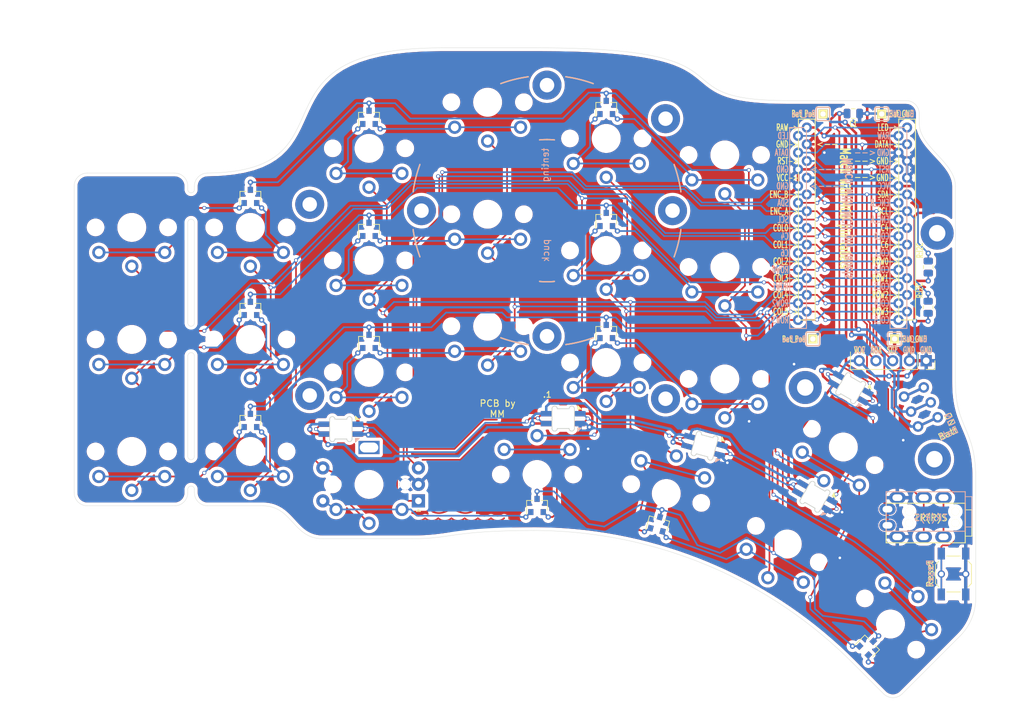
<source format=kicad_pcb>
(kicad_pcb (version 20211014) (generator pcbnew)
  (title_block (title "Hillside Keyboard") (date "2022-1-13") (rev "0.1.1") (company "mmccoyd") (comment 1 "A choc-spaced split keyboard with Ferris column stagger but more thumb and pinky keys."))
  (layers (0 "F.Cu" signal) (31 "B.Cu" signal) (36 "B.SilkS" user "B.Silkscreen") (37 "F.SilkS" user "F.Silkscreen") (38 "B.Mask" user) (39 "F.Mask" user) (44 "Edge.Cuts" user))
  (net 0 "")
  (net 1 "row0")
  (net 2 "col0")
  (net 3 "row1")
  (net 4 "row2")
  (net 5 "col1")
  (net 6 "col2")
  (net 7 "col3")
  (net 8 "row3")
  (net 9 "col4")
  (net 10 "col5")
  (net 11 "GND")
  (net 12 "reset")
  (net 13 "VCC")
  (net 14 "data")
  (net 15 "LED")
  (net 16 "Net-(D1-Pad2)")
  (net 17 "Net-(D2-Pad2)")
  (net 18 "Net-(D3-Pad2)")
  (net 19 "Net-(D4-Pad2)")
  (net 20 "unconnected-(D5-Pad2)")
  (net 21 "SDA")
  (net 22 "SCL")
  (net 23 "unconnected-(J2-PadR2)")
  (net 25 "enc_a")
  (net 26 "enc_b")
  (net 27 "Net-(D7-Pad1)")
  (net 28 "Net-(D7-Pad2)")
  (net 29 "Net-(D8-Pad1)")
  (net 30 "Net-(D8-Pad2)")
  (net 31 "Net-(D9-Pad1)")
  (net 32 "Net-(D9-Pad2)")
  (net 33 "Net-(D13-Pad2)")
  (net 34 "Net-(D13-Pad1)")
  (net 35 "Net-(D11-Pad2)")
  (net 36 "Net-(D11-Pad1)")
  (net 37 "Net-(D14-Pad2)")
  (net 38 "Net-(D14-Pad1)")
  (net 39 "Net-(D10-Pad2)")
  (net 40 "Net-(D10-Pad1)")
  (net 41 "Net-(D12-Pad2)")
  (net 42 "Net-(D12-Pad1)")
  (net 43 "Net-(D15-Pad2)")
  (net 44 "Net-(D15-Pad1)")
  (net 45 "Net-(D16-Pad2)")
  (net 46 "Net-(D16-Pad1)")
  (net 47 "Net-(D17-Pad2)")
  (net 48 "Net-(D17-Pad1)")
  (net 49 "Net-(D18-Pad2)")
  (net 50 "Net-(D18-Pad1)")
  (net 51 "bat+")
  (net 52 "raw")
  (net 53 "VCC_ACC")
  (net 54 "unconnected-(U1-Pad7)")
  (net 55 "unconnected-(U1-Pad8)")
  (footprint "hillside_basic:SK6812-MINI-E" (layer "F.Cu") (at 182.928032 115.138406 -15)
    (fp_text reference "D3")
    (fp_text value "SK6812-MINI-E" hide)
    (fp_line (start -0.9 -1.5) (end 0.9 -1.5) (layer "Edge.Cuts") (width 0.12))
    (fp_line (start 1.7 -1.5) (end 1.7 1.5) (layer "Edge.Cuts") (width 0.12))
    (fp_line (start -1.7 1.5) (end -1.7 -1.5) (layer "Edge.Cuts") (width 0.12))
    (fp_line (start 0.9 1.5) (end -0.9 1.5) (layer "Edge.Cuts") (width 0.12))
    (fp_arc (start -0.9 1.5) (mid -1.3 1.9) (end -1.7 1.5) (layer "Edge.Cuts") (width 0.12))
    (fp_arc (start -1.7 -1.5) (mid -1.3 -1.9) (end -0.9 -1.5) (layer "Edge.Cuts") (width 0.12))
    (fp_arc (start 0.9 -1.5) (mid 1.3 -1.9) (end 1.7 -1.5) (layer "Edge.Cuts") (width 0.12))
    (fp_arc (start 1.7 1.5) (mid 1.3 1.9) (end 0.9 1.5) (layer "Edge.Cuts") (width 0.12))
  )
  (footprint "hillside_basic:SK6812-MINI-E" (layer "F.Cu") (at 127.73 112.61)
    (fp_text reference "D5")
    (fp_text value "SK6812-MINI-E" hide)
    (fp_line (start -1.7 1.5) (end -1.7 -1.5) (layer "Edge.Cuts") (width 0.12))
    (fp_line (start -0.9 -1.5) (end 0.9 -1.5) (layer "Edge.Cuts") (width 0.12))
    (fp_line (start 1.7 -1.5) (end 1.7 1.5) (layer "Edge.Cuts") (width 0.12))
    (fp_line (start 0.9 1.5) (end -0.9 1.5) (layer "Edge.Cuts") (width 0.12))
    (fp_arc (start -1.7 -1.5) (mid -1.3 -1.9) (end -0.9 -1.5) (layer "Edge.Cuts") (width 0.12))
    (fp_arc (start -0.9 1.5) (mid -1.3 1.9) (end -1.7 1.5) (layer "Edge.Cuts") (width 0.12))
    (fp_arc (start 0.9 -1.5) (mid 1.3 -1.9) (end 1.7 -1.5) (layer "Edge.Cuts") (width 0.12))
    (fp_arc (start 1.7 1.5) (mid 1.3 1.9) (end 0.9 1.5) (layer "Edge.Cuts") (width 0.12))
  )
  (footprint "hillside_basic:SK6812-MINI-E" (layer "F.Cu") (at 199.667163 122.878879 -30)
    (fp_text reference "D2")
    (fp_text value "SK6812-MINI-E" hide)
    (fp_line (start -0.9 -1.5) (end 0.9 -1.5) (layer "Edge.Cuts") (width 0.12))
    (fp_line (start -1.7 1.5) (end -1.7 -1.5) (layer "Edge.Cuts") (width 0.12))
    (fp_line (start 1.7 -1.5) (end 1.7 1.5) (layer "Edge.Cuts") (width 0.12))
    (fp_line (start 0.9 1.5) (end -0.9 1.5) (layer "Edge.Cuts") (width 0.12))
    (fp_arc (start 0.9 -1.5) (mid 1.3 -1.9) (end 1.7 -1.5) (layer "Edge.Cuts") (width 0.12))
    (fp_arc (start -1.7 -1.5) (mid -1.3 -1.9) (end -0.9 -1.5) (layer "Edge.Cuts") (width 0.12))
    (fp_arc (start -0.9 1.5) (mid -1.3 1.9) (end -1.7 1.5) (layer "Edge.Cuts") (width 0.12))
    (fp_arc (start 1.7 1.5) (mid 1.3 1.9) (end 0.9 1.5) (layer "Edge.Cuts") (width 0.12))
  )
  (footprint "hillside:MJ-4PP-9" (layer "F.Cu") (at 210.48 126.86 90)
    (fp_text reference "J2")
    (fp_text value "TRRS" hide)
  )
  (footprint "hillside:ProMicro_v2" (layer "F.Cu") (at 206 81.32)
    (fp_text reference "U1" hide)
    (fp_text value "ProMicro_r" hide)
  )
  (footprint "hillside:Pimoroni_Trackball" (layer "F.Cu") (at 208 110.42 180)
    (fp_text reference "H2" hide)
    (fp_text value "Trackball")
  )
  (footprint "hillside:Tenting_Puck" (layer "F.Cu") (at 159.01 79.46)
    (fp_text reference "H1")
    (fp_text value "Mount_Tenting")
  )
  (footprint "hillside:pg1350-DR_rotary" (layer "F.Cu") (at 132 116.5 180)
    (fp_text reference "K20" hide)
    (fp_text value "SW_Rotary")
  )
  (footprint "hillside_basic:VIA-0.8mm" (layer "F.Cu") (at 196.5 102.75)
    (fp_text reference "V2" hide)
    (fp_text value "Via" hide)
  )
  (footprint "hillside_basic:SOT-23" (layer "F.Cu") (at 114 77.3 90)
    (fp_text reference "D7" hide)
    (fp_text value "BAV70" hide)
  )
  (footprint "hillside_basic:SOT-23" (layer "F.Cu") (at 114 111.3 90)
    (fp_text reference "D13" hide)
    (fp_text value "BAV70" hide)
  )
  (footprint "hillside:pg1350-R" (layer "F.Cu") (at 96 116 180)
    (fp_text reference "K13")
    (fp_text value "SW_Key" hide)
  )
  (footprint "hillside:pg1350-R" (layer "F.Cu") (at 114 116 180)
    (fp_text reference "K14")
    (fp_text value "SW_Key" hide)
  )
  (footprint "hillside_basic:SOT-23" (layer "F.Cu") (at 132 65.3 90)
    (fp_text reference "D8" hide)
    (fp_text value "BAV70" hide)
  )
  (footprint "hillside_basic:SOT-23" (layer "F.Cu") (at 114 94.3 90)
    (fp_text reference "D10" hide)
    (fp_text value "BAV70" hide)
  )
  (footprint "hillside:pg1350-R" (layer "F.Cu") (at 96 82 180)
    (fp_text reference "K1")
    (fp_text value "SW_Key" hide)
  )
  (footprint "hillside:pg1350-R" (layer "F.Cu") (at 132 70 180)
    (fp_text reference "K3")
    (fp_text value "SW_Key" hide)
  )
  (footprint "hillside:pg1350-R" (layer "F.Cu") (at 150 63 180)
    (fp_text reference "K4")
    (fp_text value "SW_Key" hide)
  )
  (footprint "hillside:pg1350-R" (layer "F.Cu") (at 114 99 180)
    (fp_text reference "K8")
    (fp_text value "SW_Key" hide)
  )
  (footprint "hillside_basic:SOT-23" (layer "F.Cu") (at 132 82.3 90)
    (fp_text reference "D11" hide)
    (fp_text value "BAV70" hide)
  )
  (footprint "hillside:pg1350-R" (layer "F.Cu") (at 132 87 180)
    (fp_text reference "K9")
    (fp_text value "SW_Key" hide)
  )
  (footprint "hillside:pg1350-R" (layer "F.Cu") (at 150 80 180)
    (fp_text reference "K10")
    (fp_text value "SW_Key" hide)
  )
  (footprint "hillside:pg1350-R" (layer "F.Cu") (at 132 104 180)
    (fp_text reference "K15")
    (fp_text value "SW_Key" hide)
  )
  (footprint "hillside:pg1350-R" (layer "F.Cu") (at 150 97 180)
    (fp_text reference "K16")
    (fp_text value "SW_Key" hide)
  )
  (footprint "hillside_basic:SOT-23" (layer "F.Cu") (at 132 99.3 90)
    (fp_text reference "D14" hide)
    (fp_text value "BAV70" hide)
  )
  (footprint "hillside_basic:SOT-23" (layer "F.Cu") (at 168 63.8 90)
    (fp_text reference "D9" hide)
    (fp_text value "BAV70" hide)
  )
  (footprint "hillside_basic:SOT-23" (layer "F.Cu") (at 168 80.8 90)
    (fp_text reference "D12" hide)
    (fp_text value "BAV70" hide)
  )
  (footprint "hillside_basic:SOT-23" (layer "F.Cu") (at 168 97.8 90)
    (fp_text reference "D15" hide)
    (fp_text value "BAV70" hide)
  )
  (footprint "hillside:pg1350-R" (layer "F.Cu") (at 168 68.5 180)
    (fp_text reference "K5")
    (fp_text value "SW_Key" hide)
  )
  (footprint "hillside:pg1350-R" (layer "F.Cu") (at 186 71 180)
    (fp_text reference "K6")
    (fp_text value "SW_Key" hide)
  )
  (footprint "hillside:pg1350-R" (layer "F.Cu") (at 168 85.5 180)
    (fp_text reference "K11")
    (fp_text value "SW_Key" hide)
  )
  (footprint "hillside:pg1350-R" (layer "F.Cu") (at 186 88 180)
    (fp_text reference "K12")
    (fp_text value "SW_Key" hide)
  )
  (footprint "hillside:pg1350-R" (layer "F.Cu") (at 168 102.5 180)
    (fp_text reference "K17")
    (fp_text value "SW_Key" hide)
  )
  (footprint "hillside:pg1350-R" (layer "F.Cu") (at 186 105 180)
    (fp_text reference "K18")
    (fp_text value "SW_Key" hide)
  )
  (footprint "hillside:pg1350-R" (layer "F.Cu") (at 157.5 119.5)
    (fp_text reference "K21")
    (fp_text value "SW_Key" hide)
  )
  (footprint "hillside:pg1350-R" (layer "F.Cu") (at 114 82 180)
    (fp_text reference "K2")
    (fp_text value "SW_Key" hide)
  )
  (footprint "hillside_basic:SOT-23" (layer "F.Cu") (at 175.893551 126.926517 75)
    (fp_text reference "D17" hide)
    (fp_text value "BAV70" hide)
  )
  (footprint "hillside:pg1350-R" (layer "F.Cu") (at 177.110001 122.386666 -15)
    (fp_text reference "K22")
    (fp_text value "SW_Key" hide)
  )
  (footprint "hillside:pg1350-R" (layer "F.Cu") (at 195.478277 130.04992 150)
    (fp_text reference "K23")
    (fp_text value "SW_Key" hide)
  )
  (footprint "hillside_basic:SOT-23" (layer "F.Cu") (at 207.816946 145.51465 45)
    (fp_text reference "D18" hide)
    (fp_text value "BAV70" hide)
  )
  (footprint "hillside_basic:SOT-23" (layer "F.Cu") (at 157.5 124.2 90)
    (fp_text reference "D16" hide)
    (fp_text value "BAV70" hide)
  )
  (footprint "hillside:pg1350-R" (layer "F.Cu") (at 203.978277 115.327488 150)
    (fp_text reference "K19")
    (fp_text value "SW_Key" hide)
  )
  (footprint "hillside:pg1350-R" (layer "F.Cu") (at 211.140348 142.191248 -45)
    (fp_text reference "K24")
    (fp_text value "SW_Key" hide)
  )
  (footprint "hillside_basic:SK6812-MINI-E" (layer "F.Cu") (at 161.468488 111.015922)
    (fp_text reference "D4")
    (fp_text value "SK6812-MINI-E" hide)
    (fp_line (start 1.7 -1.5) (end 1.7 1.5) (layer "Edge.Cuts") (width 0.12))
    (fp_line (start 0.9 1.5) (end -0.9 1.5) (layer "Edge.Cuts") (width 0.12))
    (fp_line (start -0.9 -1.5) (end 0.9 -1.5) (layer "Edge.Cuts") (width 0.12))
    (fp_line (start -1.7 1.5) (end -1.7 -1.5) (layer "Edge.Cuts") (width 0.12))
    (fp_arc (start 0.9 -1.5) (mid 1.3 -1.9) (end 1.7 -1.5) (layer "Edge.Cuts") (width 0.12))
    (fp_arc (start -0.9 1.5) (mid -1.3 1.9) (end -1.7 1.5) (layer "Edge.Cuts") (width 0.12))
    (fp_arc (start 1.7 1.5) (mid 1.3 1.9) (end 0.9 1.5) (layer "Edge.Cuts") (width 0.12))
    (fp_arc (start -1.7 -1.5) (mid -1.3 -1.9) (end -0.9 -1.5) (layer "Edge.Cuts") (width 0.12))
  )
  (footprint "hillside_basic:SK6812-MINI-E" (layer "F.Cu") (at 205.101456 106.392398 -30)
    (fp_text reference "D1")
    (fp_text value "SK6812-MINI-E" hide)
    (fp_line (start 1.7 -1.5) (end 1.7 1.5) (layer "Edge.Cuts") (width 0.12))
    (fp_line (start -0.9 -1.5) (end 0.9 -1.5) (layer "Edge.Cuts") (width 0.12))
    (fp_line (start 0.9 1.5) (end -0.9 1.5) (layer "Edge.Cuts") (width 0.12))
    (fp_line (start -1.7 1.5) (end -1.7 -1.5) (layer "Edge.Cuts") (width 0.12))
    (fp_arc (start -0.9 1.5) (mid -1.3 1.9) (end -1.7 1.5) (layer "Edge.Cuts") (width 0.12))
    (fp_arc (start -1.7 -1.5) (mid -1.3 -1.9) (end -0.9 -1.5) (layer "Edge.Cuts") (width 0.12))
    (fp_arc (start 0.9 -1.5) (mid 1.3 -1.9) (end 1.7 -1.5) (layer "Edge.Cuts") (width 0.12))
    (fp_arc (start 1.7 1.5) (mid 1.3 1.9) (end 0.9 1.5) (layer "Edge.Cuts") (width 0.12))
  )
  (footprint "hillside_basic:1pin_conn" (layer "F.Cu") (at 209.8 64.79)
    (fp_text reference "J4")
    (fp_text value "Bat_GND")
  )
  (footprint "Jumper:SolderJumper-2_P1.3mm_Bridged_RoundedPad1.0x1.5mm" (layer "F.Cu") (at 218.23 77.78 -90)
    (fp_text reference "JP1")
    (fp_text value "VccJumper")
  )
  (footprint "hillside_basic:R_0805_2012Metric" (layer "F.Cu") (at 216.87 88.02 90)
    (fp_text reference "R2")
    (fp_text value "R:I2C")
  )
  (footprint "hillside:Pimoroni_Haptic" (layer "F.Cu") (at 211.47 91.1275)
    (fp_text reference "J1" hide)
    (fp_text value "Haptic" hide)
  )
  (footprint "hillside_basic:VIA-0.8mm" (layer "F.Cu") (at 213.07 114.29 90)
    (fp_text reference "V3" hide)
    (fp_text value "Via" hide)
  )
  (footprint "hillside_basic:VIA-0.8mm" (layer "F.Cu") (at 203.45 132.15)
    (fp_text reference "V4" hide)
    (fp_text value "Via" hide)
  )
  (footprint "hillside_basic:VIA-0.8mm" (layer "F.Cu") (at 165.25 115.6)
    (fp_text reference "V5" hide)
    (fp_text value "Via" hide)
  )
  (footprint "hillside_basic:C_0805_2012Metric" (layer "F.Cu") (at 205.5 64.72)
    (fp_text reference "C1")
    (fp_text value "4u7")
  )
  (footprint "hillside_basic:SW_SPST_SKQG_WithStem" (layer "F.Cu") (at 220.7 134.6 90)
    (fp_text reference "SW1")
    (fp_text value "Reset")
  )
  (footprint "hillside:pg1350-R" (layer "F.Cu") (at 96 99 180)
    (fp_text reference "K7")
    (fp_text value "SW_Key" hide)
  )
  (footprint "hillside_basic:SW_SPDT_JS202011AQN" (layer "F.Cu") (at 215.75 109.25 -65)
    (fp_text reference "SW2")
    (fp_text value "SW_Power" hide)
  )
  (footprint "hillside:Hillside_Logo" (layer "F.Cu") (at 145.11 118.87)
    (fp_text reference "H3")
    (fp_text value "Logo")
  )
  (footprint "MountingHole:MountingHole_2.2mm_M2_Pad" (layer "F.Cu") (at 123 78.5)
    (fp_text reference "H4")
    (fp_text value "MountHole")
  )
  (footprint "MountingHole:MountingHole_2.2mm_M2_Pad" (layer "F.Cu") (at 123 107.5)
    (fp_text reference "H5")
    (fp_text value "MountHole")
  )
  (footprint "MountingHole:MountingHole_2.2mm_M2_Pad" (layer "F.Cu") (at 177 108)
    (fp_text reference "H6")
    (fp_text value "MountHole")
  )
  (footprint "MountingHole:MountingHole_2.2mm_M2_Pad" (layer "F.Cu") (at 177 65.5)
    (fp_text reference "H7")
    (fp_text value "MountHole")
  )
  (footprint "hillside_basic:R_0805_2012Metric" (layer "F.Cu") (at 216.845 94.12 90)
    (fp_text reference "R1")
    (fp_text value "R:I2C")
  )
  (footprint "hillside_basic:1pin_conn" (layer "F.Cu") (at 200.9 64.79)
    (fp_text reference "J3")
    (fp_text value "Bat_Pos")
  )
  (footprint "hillside_basic:1pin_conn" (layer "F.Cu") (at 199.35 98.92)
    (fp_text reference "J5")
    (fp_text value "Bat_Pos")
  )
  (footprint "hillside_basic:1pin_conn" (layer "F.Cu") (at 211.76 98.92 180)
    (fp_text reference "J6")
    (fp_text value "Bat_GND")
  )
  (footprint "hillside_basic:VIA-0.8mm" (layer "F.Cu") (at 189.68 111.43)
    (fp_text reference "V1" hide)
    (fp_text value "Via" hide)
  )
  (gr_line (start 157.75 54.75) (end 143.01 54.75) (layer "Edge.Cuts") (width 0.05))
  (gr_line (start 221.696144 144.003533) (end 212.945238 152.757324) (layer "Edge.Cuts") (width 0.05))
  (gr_arc (start 212.945238 152.757324) (mid 211.529771 153.363508) (end 210.1 152.79188) (layer "Edge.Cuts") (width 0.05))
  (gr_line (start 205.35 148.04188) (end 210.1 152.79188) (layer "Edge.Cuts") (width 0.05))
  (gr_line (start 87.25 75.75) (end 87.25 122.25) (layer "Edge.Cuts") (width 0.05))
  (gr_line (start 104.5 76.25) (end 104.5 75.75) (layer "Edge.Cuts") (width 0.05))
  (gr_arc (start 213.5 62.75) (mid 214.914214 63.335786) (end 215.5 64.75) (layer "Edge.Cuts") (width 0.05))
  (gr_arc (start 157 128) (mid 183.169636 133.208983) (end 205.35 148.04188) (layer "Edge.Cuts") (width 0.05))
  (gr_line (start 224.075326 138.290747) (end 224.075326 119.966984) (layer "Edge.Cuts") (width 0.05))
  (gr_arc (start 104.5 122.25) (mid 103.914214 123.664214) (end 102.5 124.25) (layer "Edge.Cuts") (width 0.05))
  (gr_line (start 125 129.25) (end 138.53 129.25) (layer "Edge.Cuts") (width 0.05))
  (gr_arc (start 104.5 101.5) (mid 105 101) (end 105.5 101.5) (layer "Edge.Cuts") (width 0.05))
  (gr_line (start 105.5 101.5) (end 105.5 116.75) (layer "Edge.Cuts") (width 0.05))
  (gr_arc (start 224.075326 138.290747) (mid 223.453907 141.383764) (end 221.696144 144.003533) (layer "Edge.Cuts") (width 0.05))
  (gr_line (start 221 105.51) (end 221 75.795534) (layer "Edge.Cuts") (width 0.05))
  (gr_line (start 104.5 96.5) (end 104.5 81.25) (layer "Edge.Cuts") (width 0.05))
  (gr_curve (pts (xy 195.5 62.75) (xy 175 62.75) (xy 192 54.75) (xy 157.75 54.75)) (layer "Edge.Cuts") (width 0.05))
  (gr_curve (pts (xy 143.01 54.75) (xy 112.5 54.75) (xy 130.5 73.5) (xy 107.5 73.75)) (layer "Edge.Cuts") (width 0.05))
  (gr_line (start 105.5 81.25) (end 105.5 96.5) (layer "Edge.Cuts") (width 0.05))
  (gr_line (start 102.5 73.75) (end 89.25 73.75) (layer "Edge.Cuts") (width 0.05))
  (gr_arc (start 104.5 121.75) (mid 105 121.25) (end 105.5 121.75) (layer "Edge.Cuts") (width 0.05))
  (gr_curve (pts (xy 221 75.795534) (xy 221 72.05) (xy 215.5 69.88) (xy 215.5 66.16)) (layer "Edge.Cuts") (width 0.05))
  (gr_arc (start 104.5 81.25) (mid 105 80.75) (end 105.5 81.25) (layer "Edge.Cuts") (width 0.05))
  (gr_arc (start 105.5 76.25) (mid 105 76.75) (end 104.5 76.25) (layer "Edge.Cuts") (width 0.05))
  (gr_line (start 104.5 122.25) (end 104.5 121.75) (layer "Edge.Cuts") (width 0.05))
  (gr_line (start 102.5 124.25) (end 89.25 124.25) (layer "Edge.Cuts") (width 0.05))
  (gr_arc (start 89.25 124.25) (mid 87.835786 123.664214) (end 87.25 122.25) (layer "Edge.Cuts") (width 0.05))
  (gr_line (start 215.5 64.75) (end 215.5 66.16) (layer "Edge.Cuts") (width 0.05))
  (gr_curve (pts (xy 125 129.25) (xy 120.42 129.25) (xy 120.42 124.25) (xy 115.86 124.25)) (layer "Edge.Cuts") (width 0.05))
  (gr_curve (pts (xy 224.075326 119.966984) (xy 224.075326 112.5) (xy 221 112.5) (xy 221 105.51)) (layer "Edge.Cuts") (width 0.05))
  (gr_arc (start 102.5 73.75) (mid 103.914214 74.335786) (end 104.5 75.75) (layer "Edge.Cuts") (width 0.05))
  (gr_line (start 104.5 116.75) (end 104.5 101.5) (layer "Edge.Cuts") (width 0.05))
  (gr_arc (start 105.5 75.75) (mid 106.085786 74.335786) (end 107.5 73.75) (layer "Edge.Cuts") (width 0.05))
  (gr_line (start 115.86 124.25) (end 107.5 124.25) (layer "Edge.Cuts") (width 0.05))
  (gr_line (start 105.5 121.75) (end 105.5 122.25) (layer "Edge.Cuts") (width 0.05))
  (gr_line (start 105.5 76.25) (end 105.5 75.75) (layer "Edge.Cuts") (width 0.05))
  (gr_curve (pts (xy 157 128) (xy 144.5 128) (xy 144.58 129.25) (xy 138.53 129.25)) (layer "Edge.Cuts") (width 0.05))
  (gr_line (start 213.5 62.75) (end 195.5 62.75) (layer "Edge.Cuts") (width 0.05))
  (gr_arc (start 105.5 96.5) (mid 105 97) (end 104.5 96.5) (layer "Edge.Cuts") (width 0.05))
  (gr_arc (start 105.5 116.75) (mid 105 117.25) (end 104.5 116.75) (layer "Edge.Cuts") (width 0.05))
  (gr_arc (start 107.5 124.25) (mid 106.085786 123.664214) (end 105.5 122.25) (layer "Edge.Cuts") (width 0.05))
  (gr_arc (start 87.25 75.75) (mid 87.835786 74.335786) (end 89.25 73.75) (layer "Edge.Cuts") (width 0.05))
  (gr_text "Hillside 0.1" (at 150.56 106.9) (layer "F.Cu") (effects (font (size 1.8 1.8) (thickness 0.27))))
  (gr_text ".1" (at 158.31 107.37) (layer "F.SilkS") (effects (font (size 0.9 0.9) (thickness 0.153)) (justify left)))
  (gr_text "PCB by\n  MM" (at 148.7 109.51) (layer "F.SilkS") (effects (font (size 1 1) (thickness 0.153)) (justify left)))
  (segment (start 189.639998 73.299998) (end 189.639998 84.239998) (width 0.254) (layer "F.Cu") (net 1))
  (segment (start 193.832 88.432) (end 197.11 88.432) (width 0.254) (layer "F.Cu") (net 1))
  (segment (start 197.11 88.432) (end 200.002 88.432) (width 0.254) (layer "F.Cu") (net 1))
  (segment (start 189.639998 84.239998) (end 193.832 88.432) (width 0.254) (layer "F.Cu") (net 1))
  (via (at 189.639998 73.299998) (size 0.6) (drill 0.4) (layers "F.Cu" "B.Cu") (net 1))
  (via (at 200.002 88.432) (size 0.6) (drill 0.4) (layers "F.Cu" "B.Cu") (net 1))
  (segment (start 213.6564 87.162) (end 201.272 87.162) (width 0.254) (layer "B.Cu") (net 1))
  (segment (start 130.16 63.15) (end 118.16 75.15) (width 0.254) (layer "B.Cu") (net 1))
  (segment (start 138.282999 65.472999) (end 135.96 63.15) (width 0.254) (layer "B.Cu") (net 1))
  (segment (start 165.32 61.55) (end 161.397001 65.472999) (width 0.254) (layer "B.Cu") (net 1))
  (segment (start 189.639996 73.3) (end 181.02 73.3) (width 0.254) (layer "B.Cu") (net 1))
  (segment (start 169.37 61.65) (end 168 61.65) (width 0.254) (layer "B.Cu") (net 1))
  (segment (start 161.397001 65.472999) (end 138.282999 65.472999) (width 0.254) (layer "B.Cu") (net 1))
  (segment (start 201.272 87.162) (end 200.002 88.432) (width 0.254) (layer "B.Cu") (net 1))
  (segment (start 189.639998 73.299998) (end 189.639996 73.3) (width 0.254) (layer "B.Cu") (net 1))
  (segment (start 118.16 75.15) (end 114 75.15) (width 0.254) (layer "B.Cu") (net 1))
  (segment (start 168 61.65) (end 167.9 61.55) (width 0.254) (layer "B.Cu") (net 1))
  (segment (start 181.02 73.3) (end 169.37 61.65) (width 0.254) (layer "B.Cu") (net 1))
  (segment (start 135.96 63.15) (end 132 63.15) (width 0.254) (layer "B.Cu") (net 1))
  (segment (start 167.9 61.55) (end 165.32 61.55) (width 0.254) (layer "B.Cu") (net 1))
  (segment (start 132 63.15) (end 130.16 63.15) (width 0.254) (layer "B.Cu") (net 1))
  (segment (start 132 126.9) (end 129.25 124.15) (width 0.254) (layer "F.Cu") (net 2))
  (segment (start 106.8 97.7) (end 107 97.7) (width 0.254) (layer "F.Cu") (net 2))
  (segment (start 99.3 91.2) (end 96 87.9) (width 0.254) (layer "F.Cu") (net 2))
  (segment (start 99.3 97.5) (end 99.3 91.2) (width 0.254) (layer "F.Cu") (net 2))
  (segment (start 129.25 121.75) (end 126.75 119.25) (width 0.254) (layer "F.Cu") (net 2))
  (segment (start 99.21 108.11) (end 96 104.9) (width 0.254) (layer "F.Cu") (net 2))
  (segment (start 120.92 105.9) (end 120.3 106.52) (width 0.254) (layer "F.Cu") (net 2))
  (segment (start 96 121.9) (end 99.21 118.69) (width 0.254) (layer "F.Cu") (net 2))
  (segment (start 99.5 97.7) (end 106.8 97.7) (width 0.254) (layer "F.Cu") (net 2))
  (segment (start 120.3 113.8) (end 125 118.5) (width 0.254) (layer "F.Cu") (net 2))
  (segment (start 99.21 118.69) (end 99.21 108.11) (width 0.254) (layer "F.Cu") (net 2))
  (segment (start 198.4364 82.082) (end 199.972 82.082) (width 0.254) (layer "F.Cu") (net 2))
  (segment (start 99.3 97.5) (end 99.5 97.7) (width 0.254) (layer "F.Cu") (net 2))
  (segment (start 96 104.9) (end 99.3 101.6) (width 0.254) (layer "F.Cu") (net 2))
  (segment (start 199.972 82.082) (end 201.24 83.35) (width 0.254) (layer "F.Cu") (net 2))
  (segment (start 126.75 119.25) (end 125 118.5) (width 0.254) (layer "F.Cu") (net 2))
  (segment (start 99.3 101.6) (end 99.3 97.5) (width 0.254) (layer "F.Cu") (net 2))
  (segment (start 129.25 124.15) (end 129.25 121.75) (width 0.254) (layer "F.Cu") (net 2))
  (segment (start 120.3 106.52) (end 120.3 113.8) (width 0.254) (layer "F.Cu") (net 2))
  (segment (start 120.92 86.99) (end 120.92 105.9) (width 0.254) (layer "F.Cu") (net 2))
  (via (at 120.92 86.99) (size 0.6) (drill 0.4) (layers "F.Cu" "B.Cu") (net 2))
  (via (at 107 97.7) (size 0.6) (drill 0.4) (layers "F.Cu" "B.Cu") (net 2))
  (via (at 201.24 83.35) (size 0.6) (drill 0.4) (layers "F.Cu" "B.Cu") (net 2))
  (segment (start 134.57 78.72) (end 138.35 74.94) (width 0.254) (layer "B.Cu") (net 2))
  (segment (start 176.957854 82.85648) (end 192.19352 82.85648) (width 0.254) (layer "B.Cu") (net 2))
  (segment (start 201.242 83.352) (end 201.24 83.35) (width 0.254) (layer "B.Cu") (net 2))
  (segment (start 129.21 78.72) (end 134.57 78.72) (width 0.254) (layer "B.Cu") (net 2))
  (segment (start 138.35 74.94) (end 162.31 74.94) (width 0.254) (layer "B.Cu") (net 2))
  (segment (start 192.968 82.082) (end 198.4364 82.082) (width 0.254) (layer "B.Cu") (net 2))
  (segment (start 117.42 90.5) (end 114.2 90.5) (width 0.254) (layer "B.Cu") (net 2))
  (segment (start 171.051374 76.95) (end 176.957854 82.85648) (width 0.254) (layer "B.Cu") (net 2))
  (segment (start 120.92 86.99) (end 120.94 86.99) (width 0.254) (layer "B.Cu") (net 2))
  (segment (start 212.35 83.352) (end 201.242 83.352) (width 0.254) (layer "B.Cu") (net 2))
  (segment (start 120.92 87) (end 117.42 90.5) (width 0.254) (layer "B.Cu") (net 2))
  (segment (start 120.94 86.99) (end 129.21 78.72) (width 0.254) (layer "B.Cu") (net 2))
  (segment (start 120.92 86.99) (end 120.92 87) (width 0.254) (layer "B.Cu") (net 2))
  (segment (start 162.31 74.94) (end 164.32 76.95) (width 0.254) (layer "B.Cu") (net 2))
  (segment (start 192.19352 82.85648) (end 192.968 82.082) (width 0.254) (layer "B.Cu") (net 2))
  (segment (start 164.32 76.95) (end 171.051374 76.95) (width 0.254) (layer "B.Cu") (net 2))
  (segment (start 114.2 90.5) (end 107 97.7) (width 0.254) (layer "B.Cu") (net 2))
  (segment (start 191.92 90.34) (end 192.59 90.34) (width 0.254) (layer "F.Cu") (net 3))
  (segment (start 199.982002 90.972) (end 200.000002 90.99) (width 0.254) (layer "F.Cu") (net 3))
  (segment (start 197.11 90.972) (end 199.982002 90.972) (width 0.254) (layer "F.Cu") (net 3))
  (segment (start 193.222 90.972) (end 197.11 90.972) (width 0.254) (layer "F.Cu") (net 3))
  (segment (start 192.59 90.34) (end 193.222 90.972) (width 0.254) (layer "F.Cu") (net 3))
  (via (at 191.92 90.34) (size 0.6) (drill 0.4) (layers "F.Cu" "B.Cu") (net 3))
  (via (at 200.000002 90.99) (size 0.6) (drill 0.4) (layers "F.Cu" "B.Cu") (net 3))
  (segment (start 213.6564 89.702) (end 201.288002 89.702) (width 0.254) (layer "B.Cu") (net 3))
  (segment (start 118.48 92.15) (end 114 92.15) (width 0.254) (layer "B.Cu") (net 3))
  (segment (start 168 78.65) (end 167.99 78.64) (width 0.254) (layer "B.Cu") (net 3))
  (segment (start 167.99 78.64) (end 163.353796 78.64) (width 0.254) (layer "B.Cu") (net 3))
  (segment (start 132 80.15) (end 130.48 80.15) (width 0.254) (layer "B.Cu") (net 3))
  (segment (start 201.288002 89.702) (end 200.000002 90.99) (width 0.254) (layer "B.Cu") (net 3))
  (segment (start 163.353796 78.64) (end 160.713796 76) (width 0.254) (layer "B.Cu") (net 3))
  (segment (start 169.1 78.65) (end 168 78.65) (width 0.254) (layer "B.Cu") (net 3))
  (segment (start 180.79 90.34) (end 169.1 78.65) (width 0.254) (layer "B.Cu") (net 3))
  (segment (start 135.17 80.15) (end 132 80.15) (width 0.254) (layer "B.Cu") (net 3))
  (segment (start 130.48 80.15) (end 118.48 92.15) (width 0.254) (layer "B.Cu") (net 3))
  (segment (start 139.32 76) (end 135.17 80.15) (width 0.254) (layer "B.Cu") (net 3))
  (segment (start 191.92 90.34) (end 180.79 90.34) (width 0.254) (layer "B.Cu") (net 3))
  (segment (start 160.713796 76) (end 139.32 76) (width 0.254) (layer "B.Cu") (net 3))
  (segment (start 197.11 93.512) (end 199.988 93.512) (width 0.254) (layer "F.Cu") (net 4))
  (segment (start 199.988 93.512) (end 200.01 93.49) (width 0.254) (layer "F.Cu") (net 4))
  (via (at 200.01 93.49) (size 0.6) (drill 0.4) (layers "F.Cu" "B.Cu") (net 4))
  (segment (start 213.6564 92.242) (end 201.258 92.242) (width 0.254) (layer "B.Cu") (net 4))
  (segment (start 168 95.65) (end 168.01 95.66) (width 0.254) (layer "B.Cu") (net 4))
  (segment (start 132 97.15) (end 141.46 97.15) (width 0.254) (layer "B.Cu") (net 4))
  (segment (start 152.173479 94.923479) (end 152.9 95.65) (width 0.254) (layer "B.Cu") (net 4))
  (segment (start 152.9 95.65) (end 168 95.65) (width 0.254) (layer "B.Cu") (net 4))
  (segment (start 169.43 95.66) (end 171.04 97.27) (width 0.254) (layer "B.Cu") (net 4))
  (segment (start 201.258 92.242) (end 200.01 93.49) (width 0.254) (layer "B.Cu") (net 4))
  (segment (start 143.686521 94.923479) (end 152.173479 94.923479) (width 0.254) (layer "B.Cu") (net 4))
  (segment (start 168.01 95.66) (end 169.43 95.66) (width 0.254) (layer "B.Cu") (net 4))
  (segment (start 128.18 97.15) (end 132 97.15) (width 0.254) (layer "B.Cu") (net 4))
  (segment (start 191.21 97.27) (end 194.968 93.512) (width 0.254) (layer "B.Cu") (net 4))
  (segment (start 114 109.15) (end 116.18 109.15) (width 0.254) (layer "B.Cu") (net 4))
  (segment (start 141.46 97.15) (end 143.686521 94.923479) (width 0.254) (layer "B.Cu") (net 4))
  (segment (start 194.968 93.512) (end 197.11 93.512) (width 0.254) (layer "B.Cu") (net 4))
  (segment (start 116.18 109.15) (end 128.18 97.15) (width 0.254) (layer "B.Cu") (net 4))
  (segment (start 171.04 97.27) (end 191.21 97.27) (width 0.254) (layer "B.Cu") (net 4))
  (segment (start 117.08 101.82) (end 114 104.9) (width 0.254) (layer "F.Cu") (net 5))
  (segment (start 117.08 92.99) (end 117.08 91.05) (width 0.254) (layer "F.Cu") (net 5))
  (segment (start 164.326511 107.516511) (end 166.61 109.8) (width 0.254) (layer "F.Cu") (net 5))
  (segment (start 116.98 118.92) (end 116.98 107.88) (width 0.254) (layer "F.Cu") (net 5))
  (segment (start 166.61 109.8) (end 166.61 113.05) (width 0.254) (layer "F.Cu") (net 5))
  (segment (start 117.08 93.01) (end 117.08 101.82) (width 0.254) (layer "F.Cu") (net 5))
  (segment (start 199.901998 84.622) (end 201.17 85.890002) (width 0.254) (layer "F.Cu") (net 5))
  (segment (start 114 121.9) (end 116.98 118.92) (width 0.254) (layer "F.Cu") (net 5))
  (segment (start 117.08 91.05) (end 114.02 87.99) (width 0.254) (layer "F.Cu") (net 5))
  (segment (start 166.61 113.05) (end 166.2 113.46) (width 0.254) (layer "F.Cu") (net 5))
  (segment (start 117.07 93) (end 117.08 93.01) (width 0.254) (layer "F.Cu") (net 5))
  (segment (start 116.98 107.88) (end 114 104.9) (width 0.254) (layer "F.Cu") (net 5))
  (segment (start 117.07 93) (end 117.08 92.99) (width 0.254) (layer "F.Cu") (net 5))
  (segment (start 164.326511 88.75054) (end 164.326511 107.516511) (width 0.254) (layer "F.Cu") (net 5))
  (segment (start 198.4364 84.622) (end 199.901998 84.622) (width 0.254) (layer "F.Cu") (net 5))
  (segment (start 164.32 77.5765) (end 164.32 88.744029) (width 0.254) (layer "F.Cu") (net 5))
  (segment (start 164.32 88.744029) (end 164.326511 88.75054) (width 0.254) (layer "F.Cu") (net 5))
  (via (at 201.17 85.890002) (size 0.6) (drill 0.4) (layers "F.Cu" "B.Cu") (net 5))
  (via (at 117.08 91.1265) (size 0.6) (drill 0.4) (layers "F.Cu" "B.Cu") (net 5))
  (via (at 164.32 77.5765) (size 0.6) (drill 0.4) (layers "F.Cu" "B.Cu") (net 5))
  (via (at 166.2 113.46) (size 0.6) (drill 0.4) (layers "F.Cu" "B.Cu") (net 5))
  (segment (start 166.06 113.6) (end 166.2 113.46) (width 0.254) (layer "B.Cu") (net 5))
  (segment (start 157.5 113.6) (end 166.06 113.6) (width 0.254) (layer "B.Cu") (net 5))
  (segment (start 129.62648 79.17352) (end 134.757854 79.17352) (width 0.254) (layer "B.Cu") (net 5))
  (segment (start 164.308626 77.58) (end 171.04 77.58) (width 0.254) (layer "B.Cu") (net 5))
  (segment (start 192.03 83.31) (end 193.342 84.622) (width 0.254) (layer "B.Cu") (net 5))
  (segment (start 212.35 85.892) (end 201.171998 85.892) (width 0.254) (layer "B.Cu") (net 5))
  (segment (start 117.6735 91.1265) (end 129.62648 79.17352) (width 0.254) (layer "B.Cu") (net 5))
  (segment (start 176.77 83.31) (end 192.03 83.31) (width 0.254) (layer "B.Cu") (net 5))
  (segment (start 134.757854 79.17352) (end 138.537854 75.39352) (width 0.254) (layer "B.Cu") (net 5))
  (segment (start 138.537854 75.39352) (end 162.122146 75.39352) (width 0.254) (layer "B.Cu") (net 5))
  (segment (start 201.171998 85.892) (end 201.17 85.890002) (width 0.254) (layer "B.Cu") (net 5))
  (segment (start 193.342 84.622) (end 198.4364 84.622) (width 0.254) (layer "B.Cu") (net 5))
  (segment (start 117.08 91.1265) (end 117.6735 91.1265) (width 0.254) (layer "B.Cu") (net 5))
  (segment (start 162.122146 75.39352) (end 164.308626 77.58) (width 0.254) (layer "B.Cu") (net 5))
  (segment (start 171.04 77.58) (end 176.77 83.31) (width 0.254) (layer "B.Cu") (net 5))
  (segment (start 132 109.9) (end 134.79 107.11) (width 0.254) (layer "F.Cu") (net 6))
  (segment (start 171.673489 93.323489) (end 171.673489 112.423489) (width 0.254) (layer "F.Cu") (net 6))
  (segment (start 134.79 95.69) (end 132 92.9) (width 0.254) (layer "F.Cu") (net 6))
  (segment (start 134.79 107.11) (end 134.79 95.69) (width 0.254) (layer "F.Cu") (net 6))
  (segment (start 134.7 78.6) (end 132 75.9) (width 0.254) (layer "F.Cu") (net 6))
  (segment (start 171.673489 112.423489) (end 171.72 112.47) (width 0.254) (layer "F.Cu") (net 6))
  (segment (start 198.4364 87.162) (end 199.892 87.162) (width 0.254) (layer "F.Cu") (net 6))
  (segment (start 199.892 87.162) (end 201.16 88.43) (width 0.254) (layer "F.Cu") (net 6))
  (segment (start 171.67 93.32) (end 171.673489 93.323489) (width 0.254) (layer "F.Cu") (net 6))
  (segment (start 132 92.9) (end 134.7 90.2) (width 0.254) (layer "F.Cu") (net 6))
  (segment (start 134.7 90.2) (end 134.7 78.6) (width 0.254) (layer "F.Cu") (net 6))
  (segment (start 171.72 112.47) (end 178.637033 116.687704) (width 0.254) (layer "F.Cu") (net 6))
  (via (at 171.67 93.32) (size 0.6) (drill 0.4) (layers "F.Cu" "B.Cu") (net 6))
  (via (at 201.16 88.43) (size 0.6) (drill 0.4) (layers "F.Cu" "B.Cu") (net 6))
  (via (at 134.1 95) (size 0.6) (drill 0.4) (layers "F.Cu" "B.Cu") (net 6))
  (segment (start 201.162 88.432) (end 201.16 88.43) (width 0.254) (layer "B.Cu") (net 6))
  (segment (start 193.6 88.3) (end 194.738 87.162) (width 0.254) (layer "B.Cu") (net 6))
  (segment (start 184.889259 95.226511) (end 190.114863 95.226511) (width 0.254) (layer "B.Cu") (net 6))
  (segment (start 212.35 88.432) (end 201.162 88.432) (width 0.254) (layer "B.Cu") (net 6))
  (segment (start 194.738 87.162) (end 198.4364 87.162) (width 0.254) (layer "B.Cu") (net 6))
  (segment (start 182.982748 93.32) (end 184.889259 95.226511) (width 0.254) (layer "B.Cu") (net 6))
  (segment (start 193.6 91.741374) (end 193.6 88.3) (width 0.254) (layer "B.Cu") (net 6))
  (segment (start 190.114863 95.226511) (end 193.6 91.741374) (width 0.254) (layer "B.Cu") (net 6))
  (segment (start 171.67 93.32) (end 182.982748 93.32) (width 0.254) (layer "B.Cu") (net 6))
  (segment (start 135.78 93.32) (end 171.67 93.32) (width 0.254) (layer "B.Cu") (net 6))
  (segment (start 134.1 95) (end 135.78 93.32) (width 0.254) (layer "B.Cu") (net 6))
  (segment (start 150 85.9) (end 152.95 82.95) (width 0.254) (layer "F.Cu") (net 7))
  (segment (start 154.11 98.79) (end 150 102.9) (width 0.254) (layer "F.Cu") (net 7))
  (segment (start 152.95 71.85) (end 150 68.9) (width 0.254) (layer "F.Cu") (net 7))
  (segment (start 154.11 90.01) (end 150 85.9) (width 0.254) (layer "F.Cu") (net 7))
  (segment (start 192.77 133.71) (end 192.528277 135.15947) (width 0.254) (layer "F.Cu") (net 7))
  (segment (start 198.4364 89.702) (end 199.891998 89.702) (width 0.254) (layer "F.Cu") (net 7))
  (segment (start 192.77 96.21) (end 192.77 133.71) (width 0.254) (layer "F.Cu") (net 7))
  (segment (start 154.11 94.89) (end 154.11 98.79) (width 0.254) (layer "F.Cu") (net 7))
  (segment (start 191.43 94.87) (end 192.77 96.21) (width 0.254) (layer "F.Cu") (net 7))
  (segment (start 199.891998 89.702) (end 201.16 90.970002) (width 0.254) (layer "F.Cu") (net 7))
  (segment (start 152.95 82.95) (end 152.95 71.85) (width 0.254) (layer "F.Cu") (net 7))
  (segment (start 154.11 94.87) (end 154.11 90.01) (width 0.254) (layer "F.Cu") (net 7))
  (via (at 154.11 94.0465) (size 0.6) (drill 0.4) (layers "F.Cu" "B.Cu") (net 7))
  (via (at 191.43 94.87) (size 0.6) (drill 0.4) (layers "F.Cu" "B.Cu") (net 7))
  (via (at 201.16 90.970002) (size 0.6) (drill 0.4) (layers "F.Cu" "B.Cu") (net 7))
  (segment (start 212.35 90.972) (end 201.161998 90.972) (width 0.254) (layer "B.Cu") (net 7))
  (segment (start 201.161998 90.972) (end 201.16 90.970002) (width 0.254) (layer "B.Cu") (net 7))
  (segment (start 184.701405 95.680031) (end 183.021374 94) (width 0.254) (layer "B.Cu") (net 7))
  (segment (start 183.021374 94) (end 154.1565 94) (width 0.254) (layer "B.Cu") (net 7))
  (segment (start 191.43 94.87) (end 190.619969 95.680031) (width 0.254) (layer "B.Cu") (net 7))
  (segment (start 191.43 94.87) (end 194.828 91.472) (width 0.254) (layer "B.Cu") (net 7))
  (segment (start 195.398 89.702) (end 198.4364 89.702) (width 0.254) (layer "B.Cu") (net 7))
  (segment (start 194.828 91.472) (end 194.828 90.272) (width 0.254) (layer "B.Cu") (net 7))
  (segment (start 154.1565 94) (end 154.11 94.0465) (width 0.254) (layer "B.Cu") (net 7))
  (segment (start 190.619969 95.680031) (end 184.701405 95.680031) (width 0.254) (layer "B.Cu") (net 7))
  (segment (start 194.828 90.272) (end 195.398 89.702) (width 0.254) (layer "B.Cu") (net 7))
  (segment (start 194.79 127) (end 193.3965 128.3935) (width 0.254) (layer "F.Cu") (net 8))
  (segment (start 197.11 96.052) (end 195.838 96.052) (width 0.254) (layer "F.Cu") (net 8))
  (segment (start 194.79 97.1) (end 194.79 127) (width 0.254) (layer "F.Cu") (net 8))
  (segment (start 193.3965 128.3935) (end 193.3965 131.403316) (width 0.254) (layer "F.Cu") (net 8))
  (segment (start 197.11 96.052) (end 199.928 96.052) (width 0.254) (layer "F.Cu") (net 8))
  (segment (start 195.838 96.052) (end 194.79 97.1) (width 0.254) (layer "F.Cu") (net 8))
  (segment (start 199.928 96.052) (end 199.99 95.99) (width 0.254) (layer "F.Cu") (net 8))
  (via (at 199.99 95.99) (size 0.6) (drill 0.4) (layers "F.Cu" "B.Cu") (net 8))
  (via (at 193.3965 131.403316) (size 0.6) (drill 0.4) (layers "F.Cu" "B.Cu") (net 8))
  (segment (start 160.05 122.05) (end 165.25 126.99) (width 0.254) (layer "B.Cu") (net 8))
  (segment (start 179.21 125.66) (end 176.450012 124.849776) (width 0.254) (layer "B.Cu") (net 8))
  (segment (start 209.337226 143.99437) (end 207.141428 141.798572) (width 0.254) (layer "B.Cu") (net 8))
  (segment (start 199.58 135.1) (end 191.000151 130.019849) (width 0.254) (layer "B.Cu") (net 8))
  (segment (start 181.82 130.21) (end 179.21 125.66) (width 0.254) (layer "B.Cu") (net 8))
  (segment (start 207.141428 141.798572) (end 200.87 140.94) (width 0.254) (layer "B.Cu") (net 8))
  (segment (start 191.000151 130.019849) (end 189.29 129.07) (width 0.254) (layer "B.Cu") (net 8))
  (segment (start 185.26 131.4) (end 181.82 130.21) (width 0.254) (layer "B.Cu") (net 8))
  (segment (start 165.25 126.99) (end 167.71 127.4) (width 0.254) (layer "B.Cu") (net 8))
  (segment (start 201.198 94.782) (end 199.99 95.99) (width 0.254) (layer "B.Cu") (net 8))
  (segment (start 157.5 122.05) (end 160.05 122.05) (width 0.254) (layer "B.Cu") (net 8))
  (segment (start 199.68 139.9) (end 199.58 135.1) (width 0.254) (layer "B.Cu") (net 8))
  (segment (start 173.16 124.09) (end 176.450012 124.849776) (width 0.254) (layer "B.Cu") (net 8))
  (segment (start 167.71 127.4) (end 173.16 124.09) (width 0.254) (layer "B.Cu") (net 8))
  (segment (start 200.87 140.94) (end 199.68 139.9) (width 0.254) (layer "B.Cu") (net 8))
  (segment (start 213.6564 94.782) (end 201.198 94.782) (width 0.254) (layer "B.Cu") (net 8))
  (segment (start 189.29 129.07) (end 185.26 131.4) (width 0.254) (layer "B.Cu") (net 8))
  (segment (start 192.41 94.94) (end 193.22352 95.75352) (width 0.254) (layer "F.Cu") (net 9))
  (segment (start 171.046989 94.73) (end 171.045999 94.73099) (width 0.254) (layer "F.Cu") (net 9))
  (segment (start 168 91.4) (end 171.18 88.22) (width 0.254) (layer "F.Cu") (net 9))
  (segment (start 171.046989 94.73) (end 171.046989 94.446989) (width 0.254) (layer "F.Cu") (net 9))
  (segment (start 198.4364 92.242) (end 200.002 92.242) (width 0.254) (layer "F.Cu") (net 9))
  (segment (start 171.18 77.58) (end 168 74.4) (width 0.254) (layer "F.Cu") (net 9))
  (segment (start 171.045999 105.354001) (end 168 108.4) (width 0.254) (layer "F.Cu") (net 9))
  (segment (start 171.045999 94.73099) (end 171.045999 105.354001) (width 0.254) (layer "F.Cu") (net 9))
  (segment (start 171.18 88.22) (end 171.18 77.58) (width 0.254) (layer "F.Cu") (net 9))
  (segment (start 193.22352 95.75352) (end 193.22352 122.39702) (width 0.254) (layer "F.Cu") (net 9))
  (segment (start 193.22352 122.39702) (end 193.3965 122.57) (width 0.254) (layer "F.Cu") (net 9))
  (segment (start 171.046989 94.446989) (end 168 91.4) (width 0.254) (layer "F.Cu") (net 9))
  (segment (start 200.002 92.242) (end 201.28 93.52) (width 0.254) (layer "F.Cu") (net 9))
  (via (at 201.28 93.52) (size 0.6) (drill 0.4) (layers "F.Cu" "B.Cu") (net 9))
  (via (at 171.046989 94.73) (size 0.6) (drill 0.4) (layers "F.Cu" "B.Cu") (net 9))
  (via (at 193.3965 122.57) (size 0.6) (drill 0.4) (layers "F.Cu" "B.Cu") (net 9))
  (via (at 192.41 94.94) (size 0.6) (drill 0.4) (layers "F.Cu" "B.Cu") (net 9))
  (segment (start 192.41 94.94) (end 191.216449 96.133551) (width 0.254) (layer "B.Cu") (net 9))
  (segment (start 209.48 132.64) (end 215.312278 138.019318) (width 0.254) (layer "B.Cu") (net 9))
  (segment (start 195.108 92.242) (end 198.4364 92.242) (width 0.254) (layer "B.Cu") (net 9))
  (segment (start 193.3965 122.57) (end 205.69 129.71) (width 0.254) (layer "B.Cu") (net 9))
  (segment (start 183.12 94.74) (end 171.056989 94.74) (width 0.254) (layer "B.Cu") (net 9))
  (segment (start 191.216449 96.133551) (end 184.513551 96.133551) (width 0.254) (layer "B.Cu") (net 9))
  (segment (start 192.41 94.94) (end 195.108 92.242) (width 0.254) (layer "B.Cu") (net 9))
  (segment (start 171.056989 94.74) (end 171.046989 94.73) (width 0.254) (layer "B.Cu") (net 9))
  (segment (start 205.69 129.71) (end 209.48 132.64) (width 0.254) (layer "B.Cu") (net 9))
  (segment (start 212.35 93.512) (end 201.288 93.512) (width 0.254) (layer "B.Cu") (net 9))
  (segment (start 201.288 93.512) (end 201.28 93.52) (width 0.254) (layer "B.Cu") (net 9))
  (segment (start 184.513551 96.133551) (end 183.12 94.74) (width 0.254) (layer "B.Cu") (net 9))
  (segment (start 193.9765 116.3) (end 193.67704 116.00054) (width 0.254) (layer "F.Cu") (net 10))
  (segment (start 189.05 90.85) (end 189.05 79.95) (width 0.254) (layer "F.Cu") (net 10))
  (segment (start 198.4364 94.782) (end 200.002 94.782) (width 0.254) (layer "F.Cu") (net 10))
  (segment (start 193.67704 97.09296) (end 195.98 94.79) (width 0.254) (layer "F.Cu") (net 10))
  (segment (start 189.24 107.66) (end 186 110.9) (width 0.254) (layer "F.Cu") (net 10))
  (segment (start 193.67704 116.00054) (end 193.67704 97.09296) (width 0.254) (layer "F.Cu") (net 10))
  (segment (start 186 93.9) (end 189.05 90.85) (width 0.254) (layer "F.Cu") (net 10))
  (segment (start 189.24 97.14) (end 189.24 107.66) (width 0.254) (layer "F.Cu") (net 10))
  (segment (start 189.05 79.95) (end 186 76.9) (width 0.254) (layer "F.Cu") (net 10))
  (segment (start 186 93.9) (end 189.24 97.14) (width 0.254) (layer "F.Cu") (net 10))
  (segment (start 195.98 94.79) (end 195.99 94.79) (width 0.254) (layer "F.Cu") (net 10))
  (segment (start 200.002 94.782) (end 201.27 96.05) (width 0.254) (layer "F.Cu") (net 10))
  (via (at 195.99 94.79) (size 0.6) (drill 0.4) (layers "F.Cu" "B.Cu") (net 10))
  (via (at 193.9765 116.3) (size 0.6) (drill 0.4) (layers "F.Cu" "B.Cu") (net 10))
  (via (at 189.24 98.43) (size 0.6) (drill 0.4) (layers "F.Cu" "B.Cu") (net 10))
  (via (at 201.27 96.05) (size 0.6) (drill 0.4) (layers "F.Cu" "B.Cu") (net 10))
  (segment (start 212.35 96.052) (end 212.348 96.05) (width 0.254) (layer "B.Cu") (net 10))
  (segment (start 212.348 96.05) (end 201.27 96.05) (width 0.254) (layer "B.Cu") (net 10))
  (segment (start 191 98.43) (end 194.64 94.79) (width 0.254) (layer "B.Cu") (net 10))
  (segment (start 194.64 94.79) (end 195.99 94.79) (width 0.254) (layer "B.Cu") (net 10))
  (segment (start 189.24 98.43) (end 191 98.43) (width 0.254) (layer "B.Cu") (net 10))
  (segment (start 195.99 94.79) (end 195.998 94.782) (width 0.254) (layer "B.Cu") (net 10))
  (segment (start 193.9765 116.3) (end 194.46 116.82) (width 0.254) (layer "B.Cu") (net 10))
  (segment (start 194.46 116.82) (end 201.028277 120.437038) (width 0.254) (layer "B.Cu") (net 10))
  (segment (start 195.998 94.782) (end 198.4364 94.782) (width 0.254) (layer "B.Cu") (net 10))
  (segment (start 203.010309 123.908381) (end 202.250527 123.50436) (width 0.381) (layer "F.Cu") (net 11))
  (segment (start 203.737412 124.409002) (end 203.010309 123.908381) (width 0.381) (layer "F.Cu") (net 11))
  (segment (start 203.792123 125.21424) (end 203.737412 124.409002) (width 0.381) (layer "F.Cu") (net 11))
  (segment (start 165.455922 110.265922) (end 165.884078 110.694078) (width 0.381) (layer "F.Cu") (net 11))
  (segment (start 164.018488 110.265922) (end 165.455922 110.265922) (width 0.381) (layer "F.Cu") (net 11))
  (segment (start 165.884078 111.881374) (end 165.452687 112.312765) (width 0.381) (layer "F.Cu") (net 11))
  (segment (start 165.884078 110.694078) (end 165.884078 111.881374) (width 0.381) (layer "F.Cu") (net 11))
  (segment (start 209.14 107.89) (end 207.684821 107.017879) (width 0.381) (layer "F.Cu") (net 11))
  (segment (start 209.44 108.95) (end 209.14 107.89) (width 0.381) (layer "F.Cu") (net 11))
  (segment (start 201.1 70.65) (end 200.122 69.382) (width 0.381) (layer "F.Cu") (net 11))
  (segment (start 131.790406 111.86) (end 130.28 111.86) (width 0.381) (layer "F.Cu") (net 11))
  (segment (start 207.61 64.73) (end 207.61 65.76) (width 0.381) (layer "F.Cu") (net 11))
  (segment (start 186.374361 117.715639) (end 187.104361 117.575639) (width 0.381) (layer "F.Cu") (net 11))
  (segment (start 198.998 73.192) (end 201.1 71.09) (width 0.381) (layer "F.Cu") (net 11))
  (segment (start 187.694361 116.365639) (end 187.05 115.51) (width 0.381) (layer "F.Cu") (net 11))
  (segment (start 187.104361 117.575639) (end 187.694361 116.365639) (width 0.381) (layer "F.Cu") (net 11))
  (segment (start 187.05 115.51) (end 185.585257 115.07395) (width 0.381) (layer "F.Cu") (net 11))
  (segment (start 200.122 69.382) (end 198.4364 69.382) (width 0.381) (layer "F.Cu") (net 11))
  (segment (start 132.149475 113.208678) (end 132.149475 112.219069) (width 0.381) (layer "F.Cu") (net 11))
  (segment (start 201.1 71.09) (end 201.1 70.65) (width 0.381) (layer "F.Cu") (net 11))
  (segment (start 131.899076 113.459076) (end 132.149475 113.208678) (width 0.381) (layer "F.Cu") (net 11))
  (segment (start 197.11 73.192) (end 198.998 73.192) (width 0.381) (layer "F.Cu") (net 11))
  (segment (start 132.149475 112.219069) (end 131.790406 111.86) (width 0.381) (layer "F.Cu") (net 11))
  (segment (start 207.6 64.72) (end 207.6 63.76) (width 0.381) (layer "F.Cu") (net 11))
  (segment (start 207.6 64.72) (end 207.61 64.73) (width 0.381) (layer "F.Cu") (net 11))
  (segment (start 197.11 73.192) (end 197.11 75.732) (width 0.381) (layer "F.Cu") (net 11))
  (via (at 203.792123 125.21424) (size 0.8) (drill 0.4) (layers "F.Cu" "B.Cu") (net 11))
  (via (at 165.452687 112.312765) (size 0.8) (drill 0.4) (layers "F.Cu" "B.Cu") (net 11))
  (via (at 209.44 108.95) (size 0.8) (drill 0.4) (layers "F.Cu" "B.Cu") (net 11))
  (via (at 131.899076 113.459076) (size 0.8) (drill 0.4) (layers "F.Cu" "B.Cu") (net 11))
  (via (at 186.374361 117.715639) (size 0.8) (drill 0.4) (layers "F.Cu" "B.Cu") (net 11))
  (via (at 201.1 70.65) (size 0.8) (drill 0.4) (layers "F.Cu" "B.Cu") (net 11))
  (segment (start 203.140712 125.542514) (end 202.690642 125.50206) (width 0.381) (layer "B.Cu") (net 11))
  (segment (start 202.690642 125.50206) (end 201.500526 124.803398) (width 0.381) (layer "B.Cu") (net 11))
  (segment (start 203.792123 125.21424) (end 203.140712 125.542514) (width 0.381) (layer "B.Cu") (net 11))
  (segment (start 209.44 108.95) (end 208.25 109.13) (width 0.381) (layer "B.Cu") (net 11))
  (segment (start 208.25 109.13) (end 206.934821 108.316917) (width 0.381) (layer "B.Cu") (net 11))
  (segment (start 131.461851 113.36) (end 130.28 113.36) (width 0.381) (layer "B.Cu") (net 11))
  (segment (start 207.6 64.72) (end 209.73 64.72) (width 0.381) (layer "B.Cu") (net 11))
  (segment (start 164.905844 111.765922) (end 164.018488 111.765922) (width 0.381) (layer "B.Cu") (net 11))
  (segment (start 201.1 70.65) (end 201.408 70.652) (width 0.381) (layer "B.Cu") (net 11))
  (segment (start 213.6564 71.922) (end 213.62 71.922) (width 0.381) (layer "B.Cu") (net 11))
  (segment (start 209.73 64.72) (end 209.8 64.79) (width 0.381) (layer "B.Cu") (net 11))
  (segment (start 186.374361 117.715639) (end 185.904361 117.255639) (width 0.381) (layer "B.Cu") (net 11))
  (segment (start 213.62 71.922) (end 212.35 70.652) (width 0.381) (layer "B.Cu") (net 11))
  (segment (start 213.6564 74.462) (end 213.6564 71.922) (width 0.381) (layer "B.Cu") (net 11))
  (segment (start 165.452687 112.312765) (end 164.905844 111.765922) (width 0.381) (layer "B.Cu") (net 11))
  (segment (start 131.899076 113.459076) (end 131.461851 113.36) (width 0.381) (layer "B.Cu") (net 11))
  (segment (start 185.904361 117.255639) (end 185.197028 116.522839) (width 0.381) (layer "B.Cu") (net 11))
  (segment (start 201.408 70.652) (end 212.35 70.652) (width 0.381) (layer "B.Cu") (net 11))
  (segment (start 208.54648 100.05648) (end 208.54648 96.29648) (width 0.254) (layer "F.Cu") (net 12))
  (segment (start 218.85 130.45) (end 219.05 130.25) (width 0.254) (layer "F.Cu") (net 12))
  (segment (start 211.75 117.5) (end 211.75 106.74) (width 0.254) (layer "F.Cu") (net 12))
  (segment (start 208.25 73.2) (end 208.242 73.192) (width 0.254) (layer "F.Cu") (net 12))
  (segment (start 211.75 106.74) (end 210.2 105.19) (width 0.254) (layer "F.Cu") (net 12))
  (segment (start 222.25 123.75) (end 219.75 121.25) (width 0.254) (layer "F.Cu") (net 12))
  (segment (start 219.05 130.25) (end 220.2 130.25) (width 0.254) (layer "F.Cu") (net 12))
  (segment (start 218.85 131.5) (end 218.85 130.45) (width 0.254) (layer "F.Cu") (net 12))
  (segment (start 208.54648 96.29648) (end 208.25 96) (width 0.254) (layer "F.Cu") (net 12))
  (segment (start 210.2 105.19) (end 210.2 101.71) (width 0.254) (layer "F.Cu") (net 12))
  (segment (start 219.75 121.25) (end 215.5 121.25) (width 0.254) (layer "F.Cu") (net 12))
  (segment (start 210.2 101.71) (end 208.54648 100.05648) (width 0.254) (layer "F.Cu") (net 12))
  (segment (start 215.5 121.25) (end 211.75 117.5) (width 0.254) (layer "F.Cu") (net 12))
  (segment (start 208.25 96) (end 208.25 73.2) (width 0.254) (layer "F.Cu") (net 12))
  (segment (start 222.25 128.2) (end 222.25 123.75) (width 0.254) (layer "F.Cu") (net 12))
  (segment (start 220.2 130.25) (end 222.25 128.2) (width 0.254) (layer "F.Cu") (net 12))
  (via (at 208.242 73.192) (size 0.6) (drill 0.4) (layers "F.Cu" "B.Cu") (net 12))
  (segment (start 199.722 71.922) (end 198.4364 71.922) (width 0.254) (layer "B.Cu") (net 12))
  (segment (start 208.258 73.192) (end 212.35 73.192) (width 0.254) (layer "B.Cu") (net 12))
  (segment (start 208.242 73.192) (end 200.992 73.192) (width 0.254) (layer "B.Cu") (net 12))
  (segment (start 200.992 73.192) (end 199.722 71.922) (width 0.254) (layer "B.Cu") (net 12))
  (segment (start 210.25 106.78) (end 210.25 124.33) (width 0.381) (layer "F.Cu") (net 13))
  (segment (start 210.68 124.76) (end 210.68 127.21) (width 0.381) (layer "F.Cu") (net 13))
  (segment (start 218.205 77.105) (end 218.23 77.13) (width 0.381) (layer "F.Cu") (net 13))
  (segment (start 210.25 124.33) (end 210.68 124.76) (width 0.381) (layer "F.Cu") (net 13))
  (segment (start 204.4 100.93) (end 204.38 102.77) (width 0.381) (layer "F.Cu") (net 13))
  (segment (start 204.4 75.76) (end 204.4 100.93) (width 0.381) (layer "F.Cu") (net 13))
  (segment (start 204.38 102.77) (end 208.53 105.13) (width 0.381) (layer "F.Cu") (net 13))
  (segment (start 218.205 76.285) (end 218.205 77.105) (width 0.381) (layer "F.Cu") (net 13))
  (segment (start 208.53 105.13) (end 210.25 106.78) (width 0.381) (layer "F.Cu") (net 13))
  (segment (start 212.35 75.732) (end 217.652 75.732) (width 0.381) (layer "F.Cu") (net 13))
  (segment (start 217.652 75.732) (end 218.205 76.285) (width 0.381) (layer "F.Cu") (net 13))
  (segment (start 204.45 75.71) (end 204.4 75.76) (width 0.381) (layer "F.Cu") (net 13))
  (via (at 204.45 75.71) (size 0.8) (drill 0.4) (layers "F.Cu" "B.Cu") (net 13))
  (segment (start 201.12 75.72) (end 204.44 75.72) (width 0.381) (layer "B.Cu") (net 13))
  (segment (start 204.44 75.72) (end 204.45 75.71) (width 0.381) (layer "B.Cu") (net 13))
  (segment (start 212.35 75.732) (end 204.472 75.732) (width 0.381) (layer "B.Cu") (net 13))
  (segment (start 198.4364 74.462) (end 199.862 74.462) (width 0.381) (layer "B.Cu") (net 13))
  (segment (start 204.472 75.732) (end 204.45 75.71) (width 0.381) (layer "B.Cu") (net 13))
  (segment (start 199.862 74.462) (end 201.12 75.72) (width 0.381) (layer "B.Cu") (net 13))
  (segment (start 210.79 106.558129) (end 210.79 118.131374) (width 0.254) (layer "F.Cu") (net 14))
  (segment (start 207.571511 103.33964) (end 207.58 103.91) (width 0.254) (layer "F.Cu") (net 14))
  (segment (start 215.668626 123.01) (end 216.18 123.01) (width 0.254) (layer "F.Cu") (net 14))
  (segment (start 207.58 103.91) (end 208.860936 104.629064) (width 0.254) (layer "F.Cu") (net 14))
  (segment (start 216.18 123.01) (end 216.18 128.96) (width 0.254) (layer "F.Cu") (net 14))
  (segment (start 207.571511 96.728039) (end 207.571511 103.33964) (width 0.254) (layer "F.Cu") (net 14))
  (segment (start 206.85 96.006528) (end 207.571511 96.728039) (width 0.254) (layer "F.Cu") (net 14))
  (segment (start 210.79 118.131374) (end 215.668626 123.01) (width 0.254) (layer "F.Cu") (net 14))
  (segment (start 208.860936 104.629064) (end 210.79 106.558129) (width 0.254) (layer "F.Cu") (net 14))
  (segment (start 206.85 69.45) (end 206.85 96.006528) (width 0.254) (layer "F.Cu") (net 14))
  (via (at 206.85 69.45) (size 0.6) (drill 0.4) (layers "F.Cu" "B.Cu") (net 14))
  (segment (start 199.94 70.652) (end 197.11 70.652) (width 0.254) (layer "B.Cu") (net 14))
  (segment (start 206.85 69.45) (end 206.918 69.382) (width 0.254) (layer "B.Cu") (net 14))
  (segment (start 201.212 69.38) (end 199.94 70.652) (width 0.254) (layer "B.Cu") (net 14))
  (segment (start 206.85 69.45) (end 206.78 69.38) (width 0.254) (layer "B.Cu") (net 14))
  (segment (start 206.78 69.38) (end 201.212 69.38) (width 0.254) (layer "B.Cu") (net 14))
  (segment (start 206.918 69.382) (end 213.6564 69.382) (width 0.254) (layer "B.Cu") (net 14))
  (segment (start 206.934821 108.316917) (end 208.440144 108.339856) (width 0.254) (layer "F.Cu") (net 15))
  (segment (start 203.38 67.48) (end 203.38 102.89) (width 0.254) (layer "F.Cu") (net 15))
  (segment (start 207.5 105.25) (end 207.984961 105.625618) (width 0.254) (layer "F.Cu") (net 15))
  (segment (start 202.74 66.84) (end 203.38 67.48) (width 0.254) (layer "F.Cu") (net 15))
  (segment (start 203.38 102.89) (end 207.5 105.25) (width 0.254) (layer "F.Cu") (net 15))
  (via (at 208.440144 108.339856) (size 0.6) (drill 0.4) (layers "F.Cu" "B.Cu") (net 15))
  (via (at 207.984961 105.625618) (size 0.6) (drill 0.4) (layers "F.Cu" "B.Cu") (net 15))
  (via (at 202.74 66.84) (size 0.6) (drill 0.4) (layers "F.Cu" "B.Cu") (net 15))
  (segment (start 207.984961 105.625618) (end 207.984961 106.717739) (width 0.254) (layer "B.Cu") (net 15))
  (segment (start 207.984961 106.717739) (end 207.684821 107.017879) (width 0.254) (layer "B.Cu") (net 15))
  (segment (start 208.440144 108.339856) (end 208.224962 107.722328) (width 0.254) (layer "B.Cu") (net 15))
  (segment (start 202.742 66.842) (end 213.6564 66.842) (width 0.254) (layer "B.Cu") (net 15))
  (segment (start 201.1 66.84) (end 199.828 68.112) (width 0.254) (layer "B.Cu") (net 15))
  (segment (start 202.74 66.84) (end 202.742 66.842) (width 0.254) (layer "B.Cu") (net 15))
  (segment (start 199.828 68.112) (end 197.11 68.112) (width 0.254) (layer "B.Cu") (net 15))
  (segment (start 202.74 66.84) (end 201.1 66.84) (width 0.254) (layer "B.Cu") (net 15))
  (segment (start 202.942771 124.721821) (end 201.500526 124.803398) (width 0.254) (layer "F.Cu") (net 16))
  (segment (start 201.639934 104.261723) (end 203.268091 104.467879) (width 0.254) (layer "F.Cu") (net 16))
  (segment (start 208.73 113.07) (end 202.9 122.5) (width 0.254) (layer "F.Cu") (net 16))
  (segment (start 208.45 110.94) (end 208.58 112.17) (width 0.254) (layer "F.Cu") (net 16))
  (segment (start 208.58 112.17) (end 208.73 113.07) (width 0.254) (layer "F.Cu") (net 16))
  (via (at 202.942771 124.721821) (size 0.6) (drill 0.4) (layers "F.Cu" "B.Cu") (net 16))
  (via (at 201.639934 104.261723) (size 0.6) (drill 0.4) (layers "F.Cu" "B.Cu") (net 16))
  (via (at 202.9 122.5) (size 0.6) (drill 0.4) (layers "F.Cu" "B.Cu") (net 16))
  (via (at 208.45 110.94) (size 0.6) (drill 0.4) (layers "F.Cu" "B.Cu") (net 16))
  (segment (start 202.71475 123.789862) (end 202.69993 123.815532) (width 0.254) (layer "B.Cu") (net 16))
  (segment (start 202.69993 123.815532) (end 202.942771 124.721821) (width 0.254) (layer "B.Cu") (net 16))
  (segment (start 202.256069 123.525042) (end 202.71475 123.789862) (width 0.254) (layer "B.Cu") (net 16))
  (segment (start 202.250527 123.50436) (end 202.256069 123.525042) (width 0.254) (layer "B.Cu") (net 16))
  (segment (start 202.272178 123.51686) (end 202.250528 123.50436) (width 0.254) (layer "B.Cu") (net 16))
  (segment (start 208.45 110.94) (end 202.13 107.16) (width 0.254) (layer "B.Cu") (net 16))
  (segment (start 202.518091 105.766917) (end 201.97 105.04) (width 0.254) (layer "B.Cu") (net 16))
  (segment (start 202.496441 105.754417) (end 202.518091 105.766917) (width 0.254) (layer "B.Cu") (net 16))
  (segment (start 201.93611 106.67611) (end 202.496441 105.754417) (width 0.254) (layer "B.Cu") (net 16))
  (segment (start 202.13 107.16) (end 201.93611 106.67611) (width 0.254) (layer "B.Cu") (net 16))
  (segment (start 202.9 122.5) (end 202.272178 123.51686) (width 0.254) (layer "B.Cu") (net 16))
  (segment (start 201.97 105.04) (end 201.639934 104.261723) (width 0.254) (layer "B.Cu") (net 16))
  (segment (start 197.429756 120.721087) (end 196.40413 120.995901) (width 0.254) (layer "F.Cu") (net 17))
  (segment (start 197.833797 120.954362) (end 197.429756 120.721087) (width 0.254) (layer "F.Cu") (net 17))
  (segment (start 186.814361 116.395639) (end 186.144361 116.385639) (width 0.254) (layer "F.Cu") (net 17))
  (segment (start 186.144361 116.385639) (end 185.197028 116.522839) (width 0.254) (layer "F.Cu") (net 17))
  (via (at 196.40413 120.995901) (size 0.6) (drill 0.4) (layers "F.Cu" "B.Cu") (net 17))
  (via (at 186.814361 116.395639) (size 0.6) (drill 0.4) (layers "F.Cu" "B.Cu") (net 17))
  (segment (start 197.083797 122.253399) (end 196.678353 122.019314) (width 0.254) (layer "B.Cu") (net 17))
  (segment (start 196.678353 122.019314) (end 196.40413 120.995901) (width 0.254) (layer "B.Cu") (net 17))
  (segment (start 196.40413 120.995901) (end 196.378229 120.97) (width 0.254) (layer "B.Cu") (net 17))
  (segment (start 195.52 121.11) (end 186.814361 116.395639) (width 0.254) (layer "B.Cu") (net 17))
  (segment (start 186.414361 115.775639) (end 185.585257 115.07395) (width 0.254) (layer "B.Cu") (net 17))
  (segment (start 196.378229 120.97) (end 195.52 121.11) (width 0.254) (layer "B.Cu") (net 17))
  (segment (start 186.814361 116.395639) (end 186.414361 115.775639) (width 0.254) (layer "B.Cu") (net 17))
  (segment (start 164.453174 111.765922) (end 164.018488 111.765922) (width 0.254) (layer "F.Cu") (net 18))
  (segment (start 165.193577 111.025519) (end 164.453174 111.765922) (width 0.254) (layer "F.Cu") (net 18))
  (segment (start 179.194361 114.115639) (end 179.194361 114.025639) (width 0.254) (layer "F.Cu") (net 18))
  (segment (start 179.194361 114.025639) (end 180.659036 113.753973) (width 0.254) (layer "F.Cu") (net 18))
  (segment (start 179.194361 114.115639) (end 177.574361 113.615639) (width 0.254) (layer "F.Cu") (net 18))
  (via (at 165.193577 111.025519) (size 0.6) (drill 0.4) (layers "F.Cu" "B.Cu") (net 18))
  (via (at 177.574361 113.615639) (size 0.6) (drill 0.4) (layers "F.Cu" "B.Cu") (net 18))
  (via (at 179.194361 114.115639) (size 0.6) (drill 0.4) (layers "F.Cu" "B.Cu") (net 18))
  (segment (start 164.43398 110.265922) (end 165.193577 111.025519) (width 0.254) (layer "B.Cu") (net 18))
  (segment (start 164.018488 110.265922) (end 164.43398 110.265922) (width 0.254) (layer "B.Cu") (net 18))
  (segment (start 177.574361 113.615639) (end 176.77 112.96) (width 0.254) (layer "B.Cu") (net 18))
  (segment (start 179.194361 114.115639) (end 180.270807 115.202862) (width 0.254) (layer "B.Cu") (net 18))
  (segment (start 166.74 111.81) (end 166.74 111.8) (width 0.254) (layer "B.Cu") (net 18))
  (segment (start 176.77 112.96) (end 171.79 111.85) (width 0.254) (layer "B.Cu") (net 18))
  (segment (start 171.79 111.85) (end 166.74 111.81) (width 0.254) (layer "B.Cu") (net 18))
  (segment (start 166.74 111.8) (end 165.193577 111.025519) (width 0.254) (layer "B.Cu") (net 18))
  (segment (start 130.28 113.36) (end 130.649484 113.36) (width 0.254) (layer "F.Cu") (net 19))
  (segment (start 156.433426 110.959918) (end 155.955128 111.438216) (width 0.254) (layer "F.Cu") (net 19))
  (segment (start 130.649484 113.36) (end 131.458974 112.55051) (width 0.254) (layer "F.Cu") (net 19))
  (segment (start 157.608404 110.959918) (end 156.433426 110.959918) (width 0.254) (layer "F.Cu") (net 19))
  (segment (start 158.918488 110.265923) (end 158.302399 110.265923) (width 0.254) (layer "F.Cu") (net 19))
  (segment (start 158.302399 110.265923) (end 157.608404 110.959918) (width 0.254) (layer "F.Cu") (net 19))
  (via (at 157.608404 110.959918) (size 0.6) (drill 0.4) (layers "F.Cu" "B.Cu") (net 19))
  (via (at 155.955128 111.438216) (size 0.6) (drill 0.4) (layers "F.Cu" "B.Cu") (net 19))
  (via (at 131.458974 112.55051) (size 0.6) (drill 0.4) (layers "F.Cu" "B.Cu") (net 19))
  (segment (start 158.414409 111.765923) (end 157.608404 110.959918) (width 0.254) (layer "B.Cu") (net 19))
  (segment (start 158.918487 111.765923) (end 158.414409 111.765923) (width 0.254) (layer "B.Cu") (net 19))
  (segment (start 131.609484 112.4) (end 132.675 112.4) (width 0.254) (layer "B.Cu") (net 19))
  (segment (start 130.7 111.86) (end 131.458974 112.55051) (width 0.254) (layer "B.Cu") (net 19))
  (segment (start 155.753854 111.63949) (end 155.955128 111.438216) (width 0.254) (layer "B.Cu") (net 19))
  (segment (start 131.458974 112.55051) (end 131.609484 112.4) (width 0.254) (layer "B.Cu") (net 19))
  (segment (start 130.28 111.86) (end 130.7 111.86) (width 0.254) (layer "B.Cu") (net 19))
  (segment (start 136.375 116.1) (end 145.2 116.1) (width 0.254) (layer "B.Cu") (net 19))
  (segment (start 132.675 112.4) (end 136.375 116.1) (width 0.254) (layer "B.Cu") (net 19))
  (segment (start 145.2 116.1) (end 149.66051 111.63949) (width 0.254) (layer "B.Cu") (net 19))
  (segment (start 149.66051 111.63949) (end 155.753854 111.63949) (width 0.254) (layer "B.Cu") (net 19))
  (segment (start 125.18 111.86) (end 124.712757 111.86) (width 0.254) (layer "F.Cu") (net 20))
  (segment (start 124.712757 111.86) (end 123.963079 112.609678) (width 0.254) (layer "F.Cu") (net 20))
  (via (at 123.963079 112.609678) (size 0.6) (drill 0.4) (layers "F.Cu" "B.Cu") (net 20))
  (segment (start 124.23 112.84) (end 123.963079 112.609678) (width 0.254) (layer "B.Cu") (net 20))
  (segment (start 125.18 113.36) (end 124.46 113.06) (width 0.254) (layer "B.Cu") (net 20))
  (segment (start 124.46 113.06) (end 124.23 112.84) (width 0.254) (layer "B.Cu") (net 20))
  (segment (start 208.025031 96.485872) (end 208.025031 101.322531) (width 0.254) (layer "F.Cu") (net 21))
  (segment (start 199.982002 78.272) (end 200.000002 78.29) (width 0.254) (layer "F.Cu") (net 21))
  (segment (start 208.025031 101.322531) (end 208.93 102.2275) (width 0.254) (layer "F.Cu") (net 21))
  (segment (start 197.11 78.272) (end 199.982002 78.272) (width 0.254) (layer "F.Cu") (net 21))
  (segment (start 207.55 96.010841) (end 208.025031 96.485872) (width 0.254) (layer "F.Cu") (net 21))
  (segment (start 207.55 77) (end 207.55 96.010841) (width 0.254) (layer "F.Cu") (net 21))
  (via (at 207.55 77) (size 0.6) (drill 0.4) (layers "F.Cu" "B.Cu") (net 21))
  (via (at 200.000002 78.29) (size 0.6) (drill 0.4) (layers "F.Cu" "B.Cu") (net 21))
  (segment (start 213.6564 77.002) (end 215.31401 78.65961) (width 0.254) (layer "B.Cu") (net 21))
  (segment (start 207.552 77.002) (end 213.6564 77.002) (width 0.254) (layer "B.Cu") (net 21))
  (segment (start 201.288 77.002002) (end 200.000002 78.29) (width 0.254) (layer "B.Cu") (net 21))
  (segment (start 207.55 77) (end 207.547998 77.002002) (width 0.254) (layer "B.Cu") (net 21))
  (segment (start 207.547998 77.002002) (end 201.288 77.002002) (width 0.254) (layer "B.Cu") (net 21))
  (segment (start 207.55 77) (end 207.552 77.002) (width 0.254) (layer "B.Cu") (net 21))
  (segment (start 215.31401 78.65961) (end 215.31401 84.36401) (width 0.254) (layer "B.Cu") (net 21))
  (segment (start 215.31401 84.36401) (end 216.87 85.92) (width 0.254) (layer "B.Cu") (net 21))
  (segment (start 209 79.54) (end 209 99.7575) (width 0.254) (layer "F.Cu") (net 22))
  (segment (start 199.908 80.812) (end 199.93 80.79) (width 0.254) (layer "F.Cu") (net 22))
  (segment (start 209 99.7575) (end 211.47 102.2275) (width 0.254) (layer "F.Cu") (net 22))
  (segment (start 197.11 80.812) (end 199.908 80.812) (width 0.254) (layer "F.Cu") (net 22))
  (via (at 199.93 80.79) (size 0.6) (drill 0.4) (layers "F.Cu" "B.Cu") (net 22))
  (via (at 209 79.54) (size 0.6) (drill 0.4) (layers "F.Cu" "B.Cu") (net 22))
  (segment (start 209 79.54) (end 208.998 79.542) (width 0.254) (layer "B.Cu") (net 22))
  (segment (start 214.86 90.035) (end 216.845 92.02) (width 0.254) (layer "B.Cu") (net 22))
  (segment (start 209 79.54) (end 209.002 79.542) (width 0.254) (layer "B.Cu") (net 22))
  (segment (start 214.86 80.7456) (end 214.86 90.035) (width 0.254) (layer "B.Cu") (net 22))
  (segment (start 209.002 79.542) (end 213.6564 79.542) (width 0.254) (layer "B.Cu") (net 22))
  (segment (start 201.178 79.542) (end 199.93 80.79) (width 0.254) (layer "B.Cu") (net 22))
  (segment (start 213.6564 79.542) (end 214.86 80.7456) (width 0.254) (layer "B.Cu") (net 22))
  (segment (start 208.998 79.542) (end 201.178 79.542) (width 0.254) (layer "B.Cu") (net 22))
  (segment (start 219.18 123.01) (end 219.18 128.96) (width 0.254) (layer "F.Cu") (net 23))
  (segment (start 137.25 110.75) (end 137.25 118.5) (width 0.254) (layer "F.Cu") (net 25))
  (segment (start 136.253479 119.496521) (end 136.253479 121.753479) (width 0.254) (layer "F.Cu") (net 25))
  (segment (start 142.660002 74.41298) (end 142.660002 80.44793) (width 0.254) (layer "F.Cu") (net 25))
  (segment (start 138 123.5) (end 139.5 123.5) (width 0.254) (layer "F.Cu") (net 25))
  (segment (start 198.4364 79.542) (end 199.962 79.542) (width 0.254) (layer "F.Cu") (net 25))
  (segment (start 142.487022 74.24) (end 142.660002 74.41298) (width 0.254) (layer "F.Cu") (net 25))
  (segment (start 136.253479 121.753479) (end 138 123.5) (width 0.254) (layer "F.Cu") (net 25))
  (segment (start 199.962 79.542) (end 201.23 80.81) (width 0.254) (layer "F.Cu") (net 25))
  (segment (start 138.74599 109.25401) (end 137.25 110.75) (width 0.254) (layer "F.Cu") (net 25))
  (segment (start 138.74599 84.361942) (end 138.74599 109.25401) (width 0.254) (layer "F.Cu") (net 25))
  (segment (start 142.660002 80.44793) (end 138.74599 84.361942) (width 0.254) (layer "F.Cu") (net 25))
  (segment (start 137.25 118.5) (end 136.253479 119.496521) (width 0.254) (layer "F.Cu") (net 25))
  (via (at 142.487022 74.24) (size 0.6) (drill 0.4) (layers "F.Cu" "B.Cu") (net 25))
  (via (at 201.23 80.81) (size 0.6) (drill 0.4) (layers "F.Cu" "B.Cu") (net 25))
  (segment (start 192.332 79.542) (end 198.4364 79.542) (width 0.254) (layer "B.Cu") (net 25))
  (segment (start 164.762146 76.19352) (end 179.842146 76.19352) (width 0.254) (layer "B.Cu") (net 25))
  (segment (start 212.35 80.812) (end 201.232 80.812) (width 0.254) (layer "B.Cu") (net 25))
  (segment (start 162.818626 74.25) (end 164.762146 76.19352) (width 0.254) (layer "B.Cu") (net 25))
  (segment (start 142.497022 74.25) (end 162.818626 74.25) (width 0.254) (layer "B.Cu") (net 25))
  (segment (start 179.842146 76.19352) (end 182.328657 78.680031) (width 0.254) (layer "B.Cu") (net 25))
  (segment (start 142.487022 74.24) (end 142.497022 74.25) (width 0.254) (layer "B.Cu") (net 25))
  (segment (start 182.328657 78.680031) (end 191.470031 78.680031) (width 0.254) (layer "B.Cu") (net 25))
  (segment (start 201.232 80.812) (end 201.23 80.81) (width 0.254) (layer "B.Cu") (net 25))
  (segment (start 191.470031 78.680031) (end 192.332 79.542) (width 0.254) (layer "B.Cu") (net 25))
  (segment (start 198.4364 77.002) (end 199.892 77.002) (width 0.254) (layer "F.Cu") (net 26))
  (segment (start 143.113522 80.636478) (end 139.2 84.55) (width 0.254) (layer "F.Cu") (net 26))
  (segment (start 137.75 116.75) (end 139.5 118.5) (width 0.254) (layer "F.Cu") (net 26))
  (segment (start 199.892 77.002) (end 201.16 78.27) (width 0.254) (layer "F.Cu") (net 26))
  (segment (start 143.113843 73.6235) (end 143.113522 73.623821) (width 0.254) (layer "F.Cu") (net 26))
  (segment (start 137.75 111) (end 137.75 116.75) (width 0.254) (layer "F.Cu") (net 26))
  (segment (start 139.2 109.55) (end 137.75 111) (width 0.254) (layer "F.Cu") (net 26))
  (segment (start 139.2 84.55) (end 139.2 109.55) (width 0.254) (layer "F.Cu") (net 26))
  (segment (start 143.113522 73.623821) (end 143.113522 80.636478) (width 0.254) (layer "F.Cu") (net 26))
  (via (at 143.113843 73.6235) (size 0.6) (drill 0.4) (layers "F.Cu" "B.Cu") (net 26))
  (via (at 201.16 78.27) (size 0.6) (drill 0.4) (layers "F.Cu" "B.Cu") (net 26))
  (segment (start 164.95 75.74) (end 180.03 75.74) (width 0.254) (layer "B.Cu") (net 26))
  (segment (start 191.503489 78.226511) (end 192.728 77.002) (width 0.254) (layer "B.Cu") (net 26))
  (segment (start 143.113843 73.6235) (end 143.117343 73.62) (width 0.254) (layer "B.Cu") (net 26))
  (segment (start 201.162 78.272) (end 201.16 78.27) (width 0.254) (layer "B.Cu") (net 26))
  (segment (start 182.516511 78.226511) (end 191.503489 78.226511) (width 0.254) (layer "B.Cu") (net 26))
  (segment (start 180.03 75.74) (end 182.516511 78.226511) (width 0.254) (layer "B.Cu") (net 26))
  (segment (start 212.35 78.272) (end 201.162 78.272) (width 0.254) (layer "B.Cu") (net 26))
  (segment (start 143.117343 73.62) (end 162.83 73.62) (width 0.254) (layer "B.Cu") (net 26))
  (segment (start 192.728 77.002) (end 198.4364 77.002) (width 0.254) (layer "B.Cu") (net 26))
  (segment (start 162.83 73.62) (end 164.95 75.74) (width 0.254) (layer "B.Cu") (net 26))
  (segment (start 103.3 83.5) (end 101 85.8) (width 0.254) (layer "F.Cu") (net 27))
  (segment (start 103.3 79.9) (end 103.3 83.5) (width 0.254) (layer "F.Cu") (net 27))
  (segment (start 104.15 79.05) (end 103.3 79.9) (width 0.254) (layer "F.Cu") (net 27))
  (segment (start 107 79.05) (end 104.15 79.05) (width 0.254) (layer "F.Cu") (net 27))
  (via (at 107 79.05) (size 0.6) (drill 0.4) (layers "F.Cu" "B.Cu") (net 27))
  (segment (start 112.3 79.05) (end 107 79.05) (width 0.254) (layer "B.Cu") (net 27))
  (segment (start 116.33 79.68) (end 115.7 79.05) (width 0.254) (layer "B.Cu") (net 28))
  (segment (start 119 85.8) (end 116.33 83.13) (width 0.254) (layer "B.Cu") (net 28))
  (segment (start 116.33 83.13) (end 116.33 79.68) (width 0.254) (layer "B.Cu") (net 28))
  (segment (start 127 73.8) (end 128.81 71.99) (width 0.254) (layer "B.Cu") (net 29))
  (segment (start 128.81 71.99) (end 128.81 68.54) (width 0.254) (layer "B.Cu") (net 29))
  (segment (start 128.81 68.54) (end 130.3 67.05) (width 0.254) (layer "B.Cu") (net 29))
  (segment (start 144.75 67.05) (end 145 66.8) (width 0.254) (layer "B.Cu") (net 30))
  (segment (start 133.7 67.05) (end 144.75 67.05) (width 0.254) (layer "B.Cu") (net 30))
  (segment (start 165.54 69.76) (end 165.54 66.31) (width 0.254) (layer "B.Cu") (net 31))
  (segment (start 165.54 66.31) (end 166.3 65.55) (width 0.254) (layer "B.Cu") (net 31))
  (segment (start 163 72.3) (end 165.54 69.76) (width 0.254) (layer "B.Cu") (net 31))
  (segment (start 169.7 65.55) (end 172.291962 65.55) (width 0.254) (layer "B.Cu") (net 32))
  (segment (start 172.291962 65.55) (end 181 74.258038) (width 0.254) (layer "B.Cu") (net 32))
  (segment (start 181 74.258038) (end 181 74.8) (width 0.254) (layer "B.Cu") (net 32))
  (segment (start 119 119.8) (end 116.41 117.21) (width 0.254) (layer "B.Cu") (net 33))
  (segment (start 116.41 113.76) (end 115.7 113.05) (width 0.254) (layer "B.Cu") (net 33))
  (segment (start 116.41 117.21) (end 116.41 113.76) (width 0.254) (layer "B.Cu") (net 33))
  (segment (start 107 119.25) (end 106.45 119.8) (width 0.254) (layer "F.Cu") (net 34))
  (segment (start 106.45 119.8) (end 101 119.8) (width 0.254) (layer "F.Cu") (net 34))
  (via (at 107 119.25) (size 0.6) (drill 0.4) (layers "F.Cu" "B.Cu") (net 34))
  (segment (start 107 119.25) (end 107.01 119.25) (width 0.254) (layer "B.Cu") (net 34))
  (segment (start 107.01 119.25) (end 112.3 113.96) (width 0.254) (layer "B.Cu") (net 34))
  (segment (start 112.3 113.96) (end 112.3 113.05) (width 0.254) (layer "B.Cu") (net 34))
  (segment (start 133.7 84.05) (end 144.75 84.05) (width 0.254) (layer "B.Cu") (net 35))
  (segment (start 144.75 84.05) (end 145 83.8) (width 0.254) (layer "B.Cu") (net 35))
  (segment (start 127 90.8) (end 128.91 88.89) (width 0.254) (layer "B.Cu") (net 36))
  (segment (start 128.91 88.89) (end 128.91 85.44) (width 0.254) (layer "B.Cu") (net 36))
  (segment (start 128.91 85.44) (end 130.3 84.05) (width 0.254) (layer "B.Cu") (net 36))
  (segment (start 133.7 101.05) (end 144.75 101.05) (width 0.254) (layer "B.Cu") (net 37))
  (segment (start 144.75 101.05) (end 145 100.8) (width 0.254) (layer "B.Cu") (net 37))
  (segment (start 127 107.8) (end 128.69 106.11) (width 0.254) (layer "B.Cu") (net 38))
  (segment (start 128.69 106.11) (end 128.69 102.66) (width 0.254) (layer "B.Cu") (net 38))
  (segment (start 128.69 102.66) (end 130.3 101.05) (width 0.254) (layer "B.Cu") (net 38))
  (segment (start 116.41 100.14) (end 116.41 96.76) (width 0.254) (layer "B.Cu") (net 39))
  (segment (start 116.41 96.76) (end 115.7 96.05) (width 0.254) (layer "B.Cu") (net 39))
  (segment (start 119.11 102.84) (end 116.41 100.14) (width 0.254) (layer "B.Cu") (net 39))
  (segment (start 103.600008 100.199992) (end 106.95 100.199992) (width 0.254) (layer "F.Cu") (net 40))
  (segment (start 101 102.8) (end 103.600008 100.199992) (width 0.254) (layer "F.Cu") (net 40))
  (via (at 106.95 100.199992) (size 0.6) (drill 0.4) (layers "F.Cu" "B.Cu") (net 40))
  (segment (start 106.976529 100.226521) (end 109.008043 100.226521) (width 0.254) (layer "B.Cu") (net 40))
  (segment (start 112.3 96.934564) (end 112.3 96.05) (width 0.254) (layer "B.Cu") (net 40))
  (segment (start 106.95 100.199992) (end 106.976529 100.226521) (width 0.254) (layer "B.Cu") (net 40))
  (segment (start 109.008043 100.226521) (end 112.3 96.934564) (width 0.254) (layer "B.Cu") (net 40))
  (segment (start 172.34 82.55) (end 181 91.21) (width 0.254) (layer "B.Cu") (net 41))
  (segment (start 181 91.21) (end 181 91.8) (width 0.254) (layer "B.Cu") (net 41))
  (segment (start 169.7 82.55) (end 172.34 82.55) (width 0.254) (layer "B.Cu") (net 41))
  (segment (start 165.5 86.8) (end 165.5 83.35) (width 0.254) (layer "B.Cu") (net 42))
  (segment (start 163 89.3) (end 165.5 86.8) (width 0.254) (layer "B.Cu") (net 42))
  (segment (start 165.5 83.35) (end 166.3 82.55) (width 0.254) (layer "B.Cu") (net 42))
  (segment (start 172.5 99.55) (end 169.7 99.55) (width 0.254) (layer "B.Cu") (net 43))
  (segment (start 181 108.8) (end 181 108.05) (width 0.254) (layer "B.Cu") (net 43))
  (segment (start 181 108.05) (end 172.5 99.55) (width 0.254) (layer "B.Cu") (net 43))
  (segment (start 165.68 103.62) (end 165.68 100.17) (width 0.254) (layer "B.Cu") (net 44))
  (segment (start 165.68 100.17) (end 166.3 99.55) (width 0.254) (layer "B.Cu") (net 44))
  (segment (start 163 106.3) (end 165.68 103.62) (width 0.254) (layer "B.Cu") (net 44))
  (segment (start 160.51 117.69) (end 160.51 125.3) (width 0.254) (layer "F.Cu") (net 45))
  (segment (start 162.5 115.7) (end 160.51 117.69) (width 0.254) (layer "F.Cu") (net 45))
  (segment (start 160.51 125.3) (end 159.86 125.95) (width 0.254) (layer "F.Cu") (net 45))
  (segment (start 159.86 125.95) (end 159.2 125.95) (width 0.254) (layer "F.Cu") (net 45))
  (segment (start 137 124.8) (end 138.34 124.8) (width 0.254) (layer "B.Cu") (net 46))
  (segment (start 138.34 124.8) (end 139.29 125.75) (width 0.254) (layer "B.Cu") (net 46))
  (segment (start 155.02 125.95) (end 155.8 125.95) (width 0.254) (layer "B.Cu") (net 46))
  (segment (start 139.29 125.75) (end 154.82 125.75) (width 0.254) (layer "B.Cu") (net 46))
  (segment (start 154.82 125.75) (end 155.02 125.95) (width 0.254) (layer "B.Cu") (net 46))
  (segment (start 177.082692 129.05688) (end 186.23 132.33) (width 0.254) (layer "B.Cu") (net 47))
  (segment (start 186.23 132.33) (end 189.24815 130.840817) (width 0.254) (layer "B.Cu") (net 47))
  (segment (start 172.99 127.92) (end 172.64 127.27) (width 0.254) (layer "F.Cu") (net 48))
  (segment (start 173.798544 128.176895) (end 173.8 128.175439) (width 0.254) (layer "F.Cu") (net 48))
  (segment (start 174.308 119.42) (end 173.263884 117.422053) (width 0.254) (layer "F.Cu") (net 48))
  (segment (start 173.8 128.175439) (end 172.99 127.92) (width 0.254) (layer "F.Cu") (net 48))
  (segment (start 174.45 119.7) (end 174.308 119.42) (width 0.254) (layer "F.Cu") (net 48))
  (segment (start 172.64 127.27) (end 174.45 119.7) (width 0.254) (layer "F.Cu") (net 48))
  (segment (start 209.72 148.31) (end 207.781591 147.954168) (width 0.254) (layer "F.Cu") (net 49))
  (segment (start 214.53 143.67) (end 209.72 148.31) (width 0.254) (layer "F.Cu") (net 49))
  (segment (start 217.362888 143.039776) (end 214.53 143.67) (width 0.254) (layer "F.Cu") (net 49))
  (segment (start 206.38 123.66) (end 206.408404 121.118385) (width 0.254) (layer "F.Cu") (net 50))
  (segment (start 198.96 138.11) (end 206.38 123.66) (width 0.254) (layer "F.Cu") (net 50))
  (via (at 198.96 138.11) (size 0.6) (drill 0.4) (layers "F.Cu" "B.Cu") (net 50))
  (segment (start 198.96 139.91) (end 198.96 138.11) (width 0.254) (layer "B.Cu") (net 50))
  (segment (start 199.42 140.37) (end 198.96 139.91) (width 0.254) (layer "B.Cu") (net 50))
  (segment (start 205.377428 145.550005) (end 199.42 140.37) (width 0.254) (layer "B.Cu") (net 50))
  (segment (start 205.9 97.09) (end 205.9 67.693759) (width 0.381) (layer "F.Cu") (net 51))
  (segment (start 206.31 97.5) (end 205.9 97.09) (width 0.381) (layer "F.Cu") (net 51))
  (segment (start 205.9 67.693759) (end 204.249223 66.042982) (width 0.381) (layer "F.Cu") (net 51))
  (via (at 204.249223 66.042982) (size 0.8) (drill 0.4) (layers "F.Cu" "B.Cu") (net 51))
  (via (at 206.31 97.5) (size 0.8) (drill 0.4) (layers "F.Cu" "B.Cu") (net 51))
  (segment (start 204.206241 66) (end 202.11 66) (width 0.381) (layer "B.Cu") (net 51))
  (segment (start 211.9 100.79) (end 212.710011 101.600011) (width 0.381) (layer "B.Cu") (net 51))
  (segment (start 206.31 97.5) (end 207.72 97.5) (width 0.381) (layer "B.Cu") (net 51))
  (segment (start 206.31 97.5) (end 206.3 97.51) (width 0.381) (layer "B.Cu") (net 51))
  (segment (start 212.84732 109.94732) (end 214.254592 109.94732) (width 0.381) (layer "B.Cu") (net 51))
  (segment (start 212.32052 106.45948) (end 211.941011 106.838989) (width 0.381) (layer "B.Cu") (net 51))
  (segment (start 212.32052 104.009541) (end 212.32052 106.45948) (width 0.381) (layer "B.Cu") (net 51))
  (segment (start 207.72 97.5) (end 211.01 100.79) (width 0.381) (layer "B.Cu") (net 51))
  (segment (start 206.3 97.51) (end 200.76 97.51) (width 0.381) (layer "B.Cu") (net 51))
  (segment (start 211.941011 106.838989) (end 211.941011 109.041011) (width 0.381) (layer "B.Cu") (net 51))
  (segment (start 200.76 97.51) (end 199.35 98.92) (width 0.381) (layer "B.Cu") (net 51))
  (segment (start 202.11 66) (end 200.9 64.79) (width 0.381) (layer "B.Cu") (net 51))
  (segment (start 212.710011 103.62005) (end 212.32052 104.009541) (width 0.381) (layer "B.Cu") (net 51))
  (segment (start 211.01 100.79) (end 211.9 100.79) (width 0.381) (layer "B.Cu") (net 51))
  (segment (start 204.249223 66.042982) (end 204.206241 66) (width 0.381) (layer "B.Cu") (net 51))
  (segment (start 212.710011 101.600011) (end 212.710011 103.62005) (width 0.381) (layer "B.Cu") (net 51))
  (segment (start 211.941011 109.041011) (end 212.84732 109.94732) (width 0.381) (layer "B.Cu") (net 51))
  (segment (start 203.4 64.72) (end 202.96 64.72) (width 0.381) (layer "F.Cu") (net 52))
  (segment (start 205.23 98.31) (end 205.25 98.29) (width 0.381) (layer "F.Cu") (net 52))
  (segment (start 205.25 98.29) (end 205.25 68.18) (width 0.381) (layer "F.Cu") (net 52))
  (segment (start 202.96 64.72) (end 202.01 65.67) (width 0.381) (layer "F.Cu") (net 52))
  (segment (start 203.4 66.33) (end 203.4 64.72) (width 0.381) (layer "F.Cu") (net 52))
  (segment (start 201.07 68.11) (end 199.802 66.842) (width 0.381) (layer "F.Cu") (net 52))
  (segment (start 202.01 65.67) (end 202.01 67.17) (width 0.381) (layer "F.Cu") (net 52))
  (segment (start 199.802 66.842) (end 198.4364 66.842) (width 0.381) (layer "F.Cu") (net 52))
  (segment (start 202.01 67.17) (end 201.07 68.11) (width 0.381) (layer "F.Cu") (net 52))
  (segment (start 205.25 68.18) (end 203.4 66.33) (width 0.381) (layer "F.Cu") (net 52))
  (via (at 201.07 68.11) (size 0.8) (drill 0.4) (layers "F.Cu" "B.Cu") (net 52))
  (via (at 205.23 98.31) (size 0.8) (drill 0.4) (layers "F.Cu" "B.Cu") (net 52))
  (segment (start 214.22309 112.21309) (end 215.311138 112.21309) (width 0.381) (layer "B.Cu") (net 52))
  (segment (start 210.229989 101.319989) (end 210.229989 102.74113) (width 0.381) (layer "B.Cu") (net 52))
  (segment (start 207.22 98.31) (end 210.229989 101.319989) (width 0.381) (layer "B.Cu") (net 52))
  (segment (start 201.072 68.112) (end 201.07 68.11) (width 0.381) (layer "B.Cu") (net 52))
  (segment (start 201.072 68.112) (end 212.35 68.112) (width 0.381) (layer "B.Cu") (net 52))
  (segment (start 211.74 104.25) (end 211.74 106.219021) (width 0.381) (layer "B.Cu") (net 52))
  (segment (start 205.23 98.31) (end 207.22 98.31) (width 0.381) (layer "B.Cu") (net 52))
  (segment (start 210.229989 102.74113) (end 210.95637 103.467511) (width 0.381) (layer "B.Cu") (net 52))
  (segment (start 211.360491 106.59853) (end 211.360491 109.350491) (width 0.381) (layer "B.Cu") (net 52))
  (segment (start 211.360491 109.350491) (end 214.22309 112.21309) (width 0.381) (layer "B.Cu") (net 52))
  (segment (start 210.957511 103.467511) (end 211.74 104.25) (width 0.381) (layer "B.Cu") (net 52))
  (segment (start 211.74 106.219021) (end 211.360491 106.59853) (width 0.381) (layer "B.Cu") (net 52))
  (segment (start 210.95637 103.467511) (end 210.957511 103.467511) (width 0.381) (layer "B.Cu") (net 52))
  (segment (start 200.68 103.72) (end 200.92 104.6) (width 0.381) (layer "F.Cu") (net 53))
  (segment (start 200.92 104.6) (end 201.56 105.18) (width 0.381) (layer "F.Cu") (net 53))
  (segment (start 201.56 105.18) (end 202.518091 105.766916) (width 0.381) (layer "F.Cu") (net 53))
  (segment (start 215.29 79.8) (end 217.7 79.8) (width 0.381) (layer "F.Cu") (net 53))
  (segment (start 123.020002 112.920002) (end 123.020002 112.64) (width 0.381) (layer "F.Cu") (net 53))
  (segment (start 195.64 115.29) (end 195.68 119.71) (width 0.381) (layer "F.Cu") (net 53))
  (segment (start 125.18 113.36) (end 125.18 114.34616) (width 0.381) (layer "F.Cu") (net 53))
  (segment (start 214.81 80.6) (end 214.82 80.59) (width 0.381) (layer "F.Cu") (net 53))
  (segment (start 125.18 114.34616) (end 125.785092 114.951252) (width 0.381) (layer "F.Cu") (net 53))
  (segment (start 156.796353 111.756721) (end 158.884287 111.756721) (width 0.381) (layer "F.Cu") (net 53))
  (segment (start 216.87 90.12) (end 214.86 90.12) (width 0.381) (layer "F.Cu") (net 53))
  (segment (start 195.467745 121.051) (end 195.793325 121.508343) (width 0.381) (layer "F.Cu") (net 53))
  (segment (start 210.9365 104.55) (end 210.9265 104.56) (width 0.381) (layer "F.Cu") (net 53))
  (segment (start 123.46 113.36) (end 123.020002 112.920002) (width 0.381) (layer "F.Cu") (net 53))
  (segment (start 217.7 79.8) (end 218.205 79.295) (width 0.381) (layer "F.Cu") (net 53))
  (segment (start 195.68 119.71) (end 195.625233 120.228489) (width 0.381) (layer "F.Cu") (net 53))
  (segment (start 214.835 80.57) (end 214.835 80.255) (width 0.381) (layer "F.Cu") (net 53))
  (segment (start 214.81 96.22) (end 214.81 80.6) (width 0.381) (layer "F.Cu") (net 53))
  (segment (start 202.518091 105.766917) (end 195.64 115.29) (width 0.381) (layer "F.Cu") (net 53))
  (segment (start 195.625233 120.228489) (end 195.467745 121.051) (width 0.381) (layer "F.Cu") (net 53))
  (segment (start 178.154361 114.575639) (end 180.246659 115.196391) (width 0.381) (layer "F.Cu") (net 53))
  (segment (start 195.793325 121.508343) (end 197.083797 122.253399) (width 0.381) (layer "F.Cu") (net 53))
  (segment (start 213.64 104.55) (end 210.9365 104.55) (width 0.381) (layer "F.Cu") (net 53))
  (segment (start 214.835 80.255) (end 215.29 79.8) (width 0.381) (layer "F.Cu") (net 53))
  (segment (start 125.18 113.36) (end 123.46 113.36) (width 0.381) (layer "F.Cu") (net 53))
  (segment (start 216.845 96.22) (end 214.815 96.22) (width 0.381) (layer "F.Cu") (net 53))
  (segment (start 218.205 79.295) (end 218.205 78.58) (width 0.381) (layer "F.Cu") (net 53))
  (segment (start 158.884287 111.756721) (end 158.893488 111.765922) (width 0.381) (layer "F.Cu") (net 53))
  (via (at 195.625233 120.228489) (size 0.8) (drill 0.4) (layers "F.Cu" "B.Cu") (net 53))
  (via (at 210.9265 104.56) (size 0.8) (drill 0.4) (layers "F.Cu" "B.Cu") (net 53))
  (via (at 213.64 104.55) (size 0.8) (drill 0.4) (layers "F.Cu" "B.Cu") (net 53))
  (via (at 156.796353 111.756721) (size 0.8) (drill 0.4) (layers "F.Cu" "B.Cu") (net 53))
  (via (at 200.68 103.72) (size 0.8) (drill 0.4) (layers "F.Cu" "B.Cu") (net 53))
  (via (at 123.020002 112.64) (size 0.8) (drill 0.4) (layers "F.Cu" "B.Cu") (net 53))
  (via (at 214.81 96.22) (size 0.8) (drill 0.4) (layers "F.Cu" "B.Cu") (net 53))
  (via (at 125.785092 114.951252) (size 0.8) (drill 0.4) (layers "F.Cu" "B.Cu") (net 53))
  (via (at 178.154361 114.575639) (size 0.8) (drill 0.4) (layers "F.Cu" "B.Cu") (net 53))
  (segment (start 201.82 103.49) (end 202.921682 104.267878) (width 0.381) (layer "B.Cu") (net 53))
  (segment (start 126.214389 114.951252) (end 125.785092 114.951252) (width 0.381) (layer "B.Cu") (net 53))
  (segment (start 126.636866 114.959996) (end 126.223133 114.959996) (width 0.381) (layer "B.Cu") (net 53))
  (segment (start 178.614361 113.455639) (end 179.074361 113.375639) (width 0.381) (layer "B.Cu") (net 53))
  (segment (start 178.614361 113.455639) (end 177.769361 112.610639) (width 0.381) (layer "B.Cu") (net 53))
  (segment (start 203.268091 104.467879) (end 204.38 102.65) (width 0.381) (layer "B.Cu") (net 53))
  (segment (start 157.319538 110.265923) (end 158.918488 110.265923) (width 0.381) (layer "B.Cu") (net 53))
  (segment (start 123.34 111.86) (end 123.020002 112.179998) (width 0.381) (layer "B.Cu") (net 53))
  (segment (start 201.82 103.49) (end 200.91 103.49) (width 0.381) (layer "B.Cu") (net 53))
  (segment (start 149.97 112.33) (end 145.6 116.7) (width 0.381) (layer "B.Cu") (net 53))
  (segment (start 215.250011 101.340011) (end 214.81 100.9) (width 0.381) (layer "B.Cu") (net 53))
  (segment (start 128.251252 114.951252) (end 126.64561 114.951252) (width 0.381) (layer "B.Cu") (net 53))
  (segment (start 195.625233 120.228489) (end 188.4 116.2) (width 0.381) (layer "B.Cu") (net 53))
  (segment (start 156.796353 111.756721) (end 156.223074 112.33) (width 0.381) (layer "B.Cu") (net 53))
  (segment (start 179.074361 113.375639) (end 180.659035 113.753973) (width 0.381) (layer "B.Cu") (net 53))
  (segment (start 214.81 100.9) (end 214.81 96.22) (width 0.381) (layer "B.Cu") (net 53))
  (segment (start 126.223133 114.959996) (end 126.214389 114.951252) (width 0.381) (layer "B.Cu") (net 53))
  (segment (start 205.05 102.25) (end 206.3675 102.25) (width 0.381) (layer "B.Cu") (net 53))
  (segment (start 159.37 108.72) (end 158.893488 109.196512) (width 0.381) (layer "B.Cu") (net 53))
  (segment (start 181.037137 112.687137) (end 180.694361 113.695639) (width 0.381) (layer "B.Cu") (net 53))
  (segment (start 213.64 104.55) (end 215.250011 102.939989) (width 0.381) (layer "B.Cu") (net 53))
  (segment (start 156.223074 112.33) (end 149.97 112.33) (width 0.381) (layer "B.Cu") (net 53))
  (segment (start 156.796353 111.756721) (end 156.809765 111.743309) (width 0.381) (layer "B.Cu") (net 53))
  (segment (start 178.224361 114.055639) (end 178.614361 113.455639) (width 0.381) (layer "B.Cu") (net 53))
  (segment (start 210.9265 104.56) (end 208.7225 104.56) (width 0.381) (layer "B.Cu") (net 53))
  (segment (start 156.809765 111.743309) (end 156.809765 110.775696) (width 0.381) (layer "B.Cu") (net 53))
  (segment (start 206.3675 102.25) (end 206.39 102.2275) (width 0.381) (layer "B.Cu") (net 53))
  (segment (start 196.544726 120.210115) (end 197.833797 120.954362) (width 0.381) (layer "B.Cu") (net 53))
  (segment (start 125.18 111.86) (end 123.34 111.86) (width 0.381) (layer "B.Cu") (net 53))
  (segment (start 158.893488 109.196512) (end 158.893488 110.265922) (width 0.381) (layer "B.Cu") (net 53))
  (segment (start 181.8 112.54) (end 181.037137 112.687137) (width 0.381) (layer "B.Cu") (net 53))
  (segment (start 208.7225 104.56) (end 206.39 102.2275) (width 0.381) (layer "B.Cu") (net 53))
  (segment (start 156.809765 110.775696) (end 157.319538 110.265923) (width 0.381) (layer "B.Cu") (net 53))
  (segment (start 145.6 116.7) (end 136.01 116.7) (width 0.381) (layer "B.Cu") (net 53))
  (segment (start 215.250011 102.939989) (end 215.250011 101.340011) (width 0.381) (layer "B.Cu") (net 53))
  (segment (start 195.625233 120.228489) (end 196.097744 120.191) (width 0.381) (layer "B.Cu") (net 53))
  (segment (start 136.01 116.7) (end 135.65 117.06) (width 0.381) (layer "B.Cu") (net 53))
  (segment (start 200.91 103.49) (end 200.68 103.72) (width 0.381) (layer "B.Cu") (net 53))
  (segment (start 177.769361 112.610639) (end 177.67 112.58) (width 0.381) (layer "B.Cu") (net 53))
  (segment (start 186.61 113.82) (end 181.8 112.54) (width 0.381) (layer "B.Cu") (net 53))
  (segment (start 171.94 111.24) (end 167.21 111.24) (width 0.381) (layer "B.Cu") (net 53))
  (segment (start 167.21 111.24) (end 164.69 108.72) (width 0.381) (layer "B.Cu") (net 53))
  (segment (start 204.94 102.32) (end 205.05 102.25) (width 0.381) (layer "B.Cu") (net 53))
  (segment (start 178.154361 114.575639) (end 178.224361 114.055639) (width 0.381) (layer "B.Cu") (net 53))
  (segment (start 196.097744 120.191) (end 196.544726 120.210115) (width 0.381) (layer "B.Cu") (net 53))
  (segment (start 177.67 112.58) (end 171.94 111.24) (width 0.381) (layer "B.Cu") (net 53))
  (segment (start 123.020002 112.179998) (end 123.020002 112.64) (width 0.381) (layer "B.Cu") (net 53))
  (segment (start 130.36 117.06) (end 128.251252 114.951252) (width 0.381) (layer "B.Cu") (net 53))
  (segment (start 135.65 117.06) (end 130.36 117.06) (width 0.381) (layer "B.Cu") (net 53))
  (segment (start 188.4 116.2) (end 186.61 113.82) (width 0.381) (layer "B.Cu") (net 53))
  (segment (start 126.64561 114.951252) (end 126.636866 114.959996) (width 0.381) (layer "B.Cu") (net 53))
  (segment (start 164.69 108.72) (end 159.37 108.72) (width 0.381) (layer "B.Cu") (net 53))
  (segment (start 204.38 102.65) (end 204.94 102.32) (width 0.381) (layer "B.Cu") (net 53))
  (segment (start 199.932 83.352) (end 199.97 83.39) (width 0.254) (layer "F.Cu") (net 54))
  (segment (start 197.11 83.352) (end 199.932 83.352) (width 0.254) (layer "F.Cu") (net 54))
  (via (at 199.97 83.39) (size 0.6) (drill 0.4) (layers "F.Cu" "B.Cu") (net 54))
  (segment (start 213.6564 82.082) (end 201.278 82.082) (width 0.254) (layer "B.Cu") (net 54))
  (segment (start 201.278 82.082) (end 199.97 83.39) (width 0.254) (layer "B.Cu") (net 54))
  (segment (start 200.068004 85.892) (end 200.070004 85.89) (width 0.254) (layer "F.Cu") (net 55))
  (segment (start 197.11 85.892) (end 200.068004 85.892) (width 0.254) (layer "F.Cu") (net 55))
  (via (at 200.070004 85.89) (size 0.6) (drill 0.4) (layers "F.Cu" "B.Cu") (net 55))
  (segment (start 201.338004 84.622) (end 200.070004 85.89) (width 0.254) (layer "B.Cu") (net 55))
  (segment (start 213.6564 84.622) (end 201.338004 84.622) (width 0.254) (layer "B.Cu") (net 55))
  (zone (net 0) (net_name "") (layers F&B.Cu) (connect_pads (clearance 0)) (min_thickness 0.254)
    (keepout (tracks not_allowed) (vias not_allowed) (pads allowed) (copperpour not_allowed) (footprints allowed))
    (fill (thermal_gap 0.508) (thermal_bridge_width 0.508))
    (polygon (pts (xy 222 138.6) (xy 219.4 138.59) (xy 219.41 135.59) (xy 221.99 135.59)))
  )
  (zone (net 11) (net_name "GND") (layers F&B.Cu) (priority 2) (connect_pads (clearance 0.508)) (min_thickness 0.254) (fill yes (thermal_gap 0.508) (thermal_bridge_width 0.508) (smoothing chamfer) (radius 1) (island_removal_mode 2) (island_area_min 1))
    (polygon (pts (xy 230.84 47.49) (xy 231.4 157.5) (xy 76 157.5) (xy 76 47.5)))
  )
  (zone (net 0) (net_name "") (layers F&B.Cu) (connect_pads (clearance 0)) (min_thickness 0.254)
    (keepout (tracks not_allowed) (vias not_allowed) (pads allowed) (copperpour not_allowed) (footprints allowed))
    (fill (thermal_gap 0.508) (thermal_bridge_width 0.508))
    (polygon (pts (xy 222.007863 133.6) (xy 219.407863 133.59) (xy 219.417863 130.59) (xy 221.997863 130.59)))
  )
)
</source>
